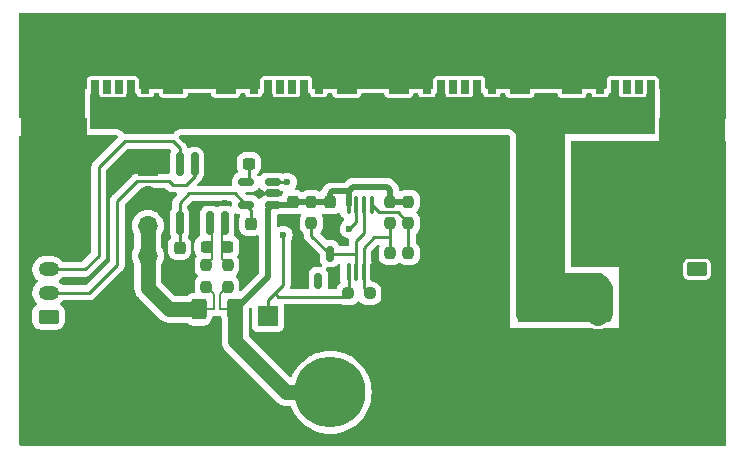
<source format=gtl>
G04 #@! TF.GenerationSoftware,KiCad,Pcbnew,7.0.0*
G04 #@! TF.CreationDate,2023-03-02T15:58:58-08:00*
G04 #@! TF.ProjectId,KYBERNETES-LOGIC-PD,4b594245-524e-4455-9445-532d4c4f4749,rev?*
G04 #@! TF.SameCoordinates,Original*
G04 #@! TF.FileFunction,Copper,L1,Top*
G04 #@! TF.FilePolarity,Positive*
%FSLAX46Y46*%
G04 Gerber Fmt 4.6, Leading zero omitted, Abs format (unit mm)*
G04 Created by KiCad (PCBNEW 7.0.0) date 2023-03-02 15:58:58*
%MOMM*%
%LPD*%
G01*
G04 APERTURE LIST*
G04 Aperture macros list*
%AMRoundRect*
0 Rectangle with rounded corners*
0 $1 Rounding radius*
0 $2 $3 $4 $5 $6 $7 $8 $9 X,Y pos of 4 corners*
0 Add a 4 corners polygon primitive as box body*
4,1,4,$2,$3,$4,$5,$6,$7,$8,$9,$2,$3,0*
0 Add four circle primitives for the rounded corners*
1,1,$1+$1,$2,$3*
1,1,$1+$1,$4,$5*
1,1,$1+$1,$6,$7*
1,1,$1+$1,$8,$9*
0 Add four rect primitives between the rounded corners*
20,1,$1+$1,$2,$3,$4,$5,0*
20,1,$1+$1,$4,$5,$6,$7,0*
20,1,$1+$1,$6,$7,$8,$9,0*
20,1,$1+$1,$8,$9,$2,$3,0*%
G04 Aperture macros list end*
G04 #@! TA.AperFunction,ComponentPad*
%ADD10R,5.600000X5.600000*%
G04 #@! TD*
G04 #@! TA.AperFunction,SMDPad,CuDef*
%ADD11R,0.700000X1.200000*%
G04 #@! TD*
G04 #@! TA.AperFunction,SMDPad,CuDef*
%ADD12R,0.760000X1.200000*%
G04 #@! TD*
G04 #@! TA.AperFunction,SMDPad,CuDef*
%ADD13R,0.800000X1.200000*%
G04 #@! TD*
G04 #@! TA.AperFunction,SMDPad,CuDef*
%ADD14R,1.800000X1.350000*%
G04 #@! TD*
G04 #@! TA.AperFunction,SMDPad,CuDef*
%ADD15R,1.800000X1.500000*%
G04 #@! TD*
G04 #@! TA.AperFunction,SMDPad,CuDef*
%ADD16RoundRect,0.237500X0.237500X-0.250000X0.237500X0.250000X-0.237500X0.250000X-0.237500X-0.250000X0*%
G04 #@! TD*
G04 #@! TA.AperFunction,ComponentPad*
%ADD17C,6.000000*%
G04 #@! TD*
G04 #@! TA.AperFunction,ComponentPad*
%ADD18RoundRect,1.500000X1.500000X1.500000X-1.500000X1.500000X-1.500000X-1.500000X1.500000X-1.500000X0*%
G04 #@! TD*
G04 #@! TA.AperFunction,SMDPad,CuDef*
%ADD19RoundRect,0.237500X-0.300000X-0.237500X0.300000X-0.237500X0.300000X0.237500X-0.300000X0.237500X0*%
G04 #@! TD*
G04 #@! TA.AperFunction,SMDPad,CuDef*
%ADD20RoundRect,0.237500X-0.237500X0.250000X-0.237500X-0.250000X0.237500X-0.250000X0.237500X0.250000X0*%
G04 #@! TD*
G04 #@! TA.AperFunction,SMDPad,CuDef*
%ADD21RoundRect,0.100000X0.100000X-0.637500X0.100000X0.637500X-0.100000X0.637500X-0.100000X-0.637500X0*%
G04 #@! TD*
G04 #@! TA.AperFunction,SMDPad,CuDef*
%ADD22RoundRect,0.237500X-0.237500X0.300000X-0.237500X-0.300000X0.237500X-0.300000X0.237500X0.300000X0*%
G04 #@! TD*
G04 #@! TA.AperFunction,ComponentPad*
%ADD23O,1.700000X1.700000*%
G04 #@! TD*
G04 #@! TA.AperFunction,ComponentPad*
%ADD24R,1.700000X1.700000*%
G04 #@! TD*
G04 #@! TA.AperFunction,SMDPad,CuDef*
%ADD25RoundRect,0.250000X0.400000X0.625000X-0.400000X0.625000X-0.400000X-0.625000X0.400000X-0.625000X0*%
G04 #@! TD*
G04 #@! TA.AperFunction,SMDPad,CuDef*
%ADD26RoundRect,0.237500X0.300000X0.237500X-0.300000X0.237500X-0.300000X-0.237500X0.300000X-0.237500X0*%
G04 #@! TD*
G04 #@! TA.AperFunction,SMDPad,CuDef*
%ADD27RoundRect,0.150000X-0.150000X0.825000X-0.150000X-0.825000X0.150000X-0.825000X0.150000X0.825000X0*%
G04 #@! TD*
G04 #@! TA.AperFunction,SMDPad,CuDef*
%ADD28RoundRect,0.150000X0.512500X0.150000X-0.512500X0.150000X-0.512500X-0.150000X0.512500X-0.150000X0*%
G04 #@! TD*
G04 #@! TA.AperFunction,ComponentPad*
%ADD29RoundRect,0.250000X0.625000X-0.350000X0.625000X0.350000X-0.625000X0.350000X-0.625000X-0.350000X0*%
G04 #@! TD*
G04 #@! TA.AperFunction,ComponentPad*
%ADD30O,1.750000X1.200000*%
G04 #@! TD*
G04 #@! TA.AperFunction,ComponentPad*
%ADD31RoundRect,0.250000X-0.625000X0.350000X-0.625000X-0.350000X0.625000X-0.350000X0.625000X0.350000X0*%
G04 #@! TD*
G04 #@! TA.AperFunction,SMDPad,CuDef*
%ADD32RoundRect,0.237500X0.250000X0.237500X-0.250000X0.237500X-0.250000X-0.237500X0.250000X-0.237500X0*%
G04 #@! TD*
G04 #@! TA.AperFunction,SMDPad,CuDef*
%ADD33RoundRect,0.150000X-0.150000X0.512500X-0.150000X-0.512500X0.150000X-0.512500X0.150000X0.512500X0*%
G04 #@! TD*
G04 #@! TA.AperFunction,ViaPad*
%ADD34C,0.600000*%
G04 #@! TD*
G04 #@! TA.AperFunction,Conductor*
%ADD35C,0.150000*%
G04 #@! TD*
G04 #@! TA.AperFunction,Conductor*
%ADD36C,1.270000*%
G04 #@! TD*
G04 #@! TA.AperFunction,Conductor*
%ADD37C,0.254000*%
G04 #@! TD*
G04 #@! TA.AperFunction,Conductor*
%ADD38C,0.508000*%
G04 #@! TD*
G04 #@! TA.AperFunction,Conductor*
%ADD39C,0.127000*%
G04 #@! TD*
G04 APERTURE END LIST*
D10*
X172659999Y-97979999D03*
X118659999Y-97979999D03*
X172659999Y-75979999D03*
X118659999Y-75979999D03*
D11*
X124159999Y-70532499D03*
D12*
X122139999Y-70532499D03*
D13*
X120909999Y-70532499D03*
D11*
X123159999Y-70532499D03*
D12*
X125179999Y-70532499D03*
D13*
X126409999Y-70532499D03*
D14*
X128784999Y-70477499D03*
D15*
X128784999Y-66897499D03*
D14*
X118534999Y-70477499D03*
D15*
X118534999Y-66897499D03*
D16*
X133380000Y-85622500D03*
X133380000Y-87447500D03*
D17*
X142060000Y-96400000D03*
D18*
X149260000Y-96400000D03*
D19*
X136905000Y-77035000D03*
X135180000Y-77035000D03*
D20*
X148680000Y-86465000D03*
X148680000Y-84640000D03*
D21*
X143610000Y-80500000D03*
X144260000Y-80500000D03*
X144910000Y-80500000D03*
X145560000Y-80500000D03*
X145560000Y-86225000D03*
X144910000Y-86225000D03*
X144260000Y-86225000D03*
X143610000Y-86225000D03*
D22*
X142020000Y-82020000D03*
X142020000Y-80295000D03*
D23*
X164709999Y-89919999D03*
X164709999Y-87379999D03*
X164709999Y-84839999D03*
D24*
X164709999Y-82299999D03*
D25*
X130910000Y-89370000D03*
X134010000Y-89370000D03*
D26*
X131605000Y-84082500D03*
X133330000Y-84082500D03*
D22*
X129305000Y-85867500D03*
X129305000Y-84142500D03*
D27*
X133110000Y-82057500D03*
X131840000Y-82057500D03*
X130570000Y-82057500D03*
X129300000Y-82057500D03*
X129300000Y-77107500D03*
X130570000Y-77107500D03*
X131840000Y-77107500D03*
X133110000Y-77107500D03*
D28*
X134910000Y-80515000D03*
X134910000Y-78615000D03*
X137185000Y-78615000D03*
X137185000Y-79565000D03*
X137185000Y-80515000D03*
D22*
X138920000Y-82015000D03*
X138920000Y-80290000D03*
D15*
X133201666Y-66897499D03*
D14*
X133201666Y-70477499D03*
D15*
X143451666Y-66897499D03*
D14*
X143451666Y-70477499D03*
D13*
X141076666Y-70532499D03*
D12*
X139846666Y-70532499D03*
D11*
X137826666Y-70532499D03*
D13*
X135576666Y-70532499D03*
D12*
X136806666Y-70532499D03*
D11*
X138826666Y-70532499D03*
D29*
X118210000Y-89980000D03*
D30*
X118209999Y-87979999D03*
X118209999Y-85979999D03*
X118209999Y-83979999D03*
D20*
X147140000Y-82070000D03*
X147140000Y-80245000D03*
D31*
X173120000Y-85980000D03*
D30*
X173119999Y-87979999D03*
D20*
X140470000Y-82070000D03*
X140470000Y-80245000D03*
D16*
X131550000Y-85622500D03*
X131550000Y-87447500D03*
D32*
X143570000Y-88030000D03*
X145395000Y-88030000D03*
D20*
X148680000Y-82072500D03*
X148680000Y-80247500D03*
D22*
X135320000Y-83855000D03*
X135320000Y-82130000D03*
D33*
X141057500Y-86935000D03*
X140107500Y-84660000D03*
X142007500Y-84660000D03*
D20*
X147140000Y-86470000D03*
X147140000Y-84645000D03*
D15*
X147868332Y-66897499D03*
D14*
X147868332Y-70477499D03*
D15*
X158118332Y-66897499D03*
D14*
X158118332Y-70477499D03*
D13*
X155743332Y-70532499D03*
D12*
X154513332Y-70532499D03*
D11*
X152493332Y-70532499D03*
D13*
X150243332Y-70532499D03*
D12*
X151473332Y-70532499D03*
D11*
X153493332Y-70532499D03*
D24*
X136769999Y-89919999D03*
D15*
X162534999Y-66897499D03*
D14*
X162534999Y-70477499D03*
D15*
X172784999Y-66897499D03*
D14*
X172784999Y-70477499D03*
D13*
X170409999Y-70532499D03*
D12*
X169179999Y-70532499D03*
D11*
X167159999Y-70532499D03*
D13*
X164909999Y-70532499D03*
D12*
X166139999Y-70532499D03*
D11*
X168159999Y-70532499D03*
D23*
X126609999Y-84839999D03*
X126609999Y-82299999D03*
X126609999Y-79759999D03*
D24*
X126609999Y-77219999D03*
D34*
X165350000Y-92590000D03*
X159510000Y-96510000D03*
X165340000Y-96350000D03*
X123690000Y-68510000D03*
X167840000Y-68480000D03*
X153070000Y-68300000D03*
X138560000Y-68120000D03*
X124880000Y-93890000D03*
X130710000Y-93730000D03*
X124940000Y-98520000D03*
X130800000Y-98560000D03*
X130170000Y-86480000D03*
X128940000Y-87260000D03*
X171350000Y-70400000D03*
X171330000Y-66900000D03*
X163980000Y-66920000D03*
X164000000Y-70310000D03*
X160370000Y-70230000D03*
X160370000Y-66970000D03*
X156660000Y-70300000D03*
X156640000Y-66880000D03*
X149320000Y-66930000D03*
X149290000Y-70290000D03*
X145640000Y-70280000D03*
X145660000Y-66990000D03*
X141990000Y-66930000D03*
X142000000Y-70310000D03*
X134660000Y-66920000D03*
X134650000Y-70240000D03*
X130920000Y-67000000D03*
X130910000Y-70300000D03*
X127420000Y-66930000D03*
X127360000Y-70340000D03*
X119980000Y-66960000D03*
X120000000Y-70460000D03*
X155170000Y-83960000D03*
X150750000Y-83930000D03*
X155100000Y-81060000D03*
X150770000Y-81210000D03*
X154880000Y-76990000D03*
X150680000Y-76800000D03*
X146220000Y-76690000D03*
X141230000Y-76690000D03*
X140870000Y-90510000D03*
X145720000Y-90600000D03*
X155190000Y-90520000D03*
X155140000Y-87070000D03*
X150800000Y-87070000D03*
X150890000Y-90430000D03*
X159490000Y-91690000D03*
X146200000Y-86430000D03*
X120060000Y-86990000D03*
X135280000Y-85020000D03*
X167890000Y-88000000D03*
X131840000Y-78640000D03*
X133110000Y-78640000D03*
X163960000Y-77500000D03*
X167580000Y-77520000D03*
X139237500Y-84657500D03*
X136080000Y-79570000D03*
X133110000Y-80400000D03*
X167510000Y-83150000D03*
X124960000Y-89040000D03*
X138020000Y-77040000D03*
X130580000Y-80520000D03*
X142020000Y-83120000D03*
X139370000Y-87020000D03*
X139510000Y-83350000D03*
X134850000Y-86720000D03*
X142390000Y-86900000D03*
X172360000Y-81230000D03*
X125060000Y-81090000D03*
X138420000Y-78620000D03*
X138070000Y-83110000D03*
X143670000Y-82540000D03*
D35*
X132740000Y-89380000D02*
X132740000Y-88087500D01*
X134000000Y-89380000D02*
X134010000Y-89370000D01*
X132740000Y-89380000D02*
X134000000Y-89380000D01*
X132190000Y-89380000D02*
X132190000Y-88087500D01*
X132190000Y-89380000D02*
X130920000Y-89380000D01*
D36*
X128160000Y-89090000D02*
X126610000Y-87540000D01*
X128440000Y-89370000D02*
X130910000Y-89370000D01*
X128160000Y-89090000D02*
X128440000Y-89370000D01*
X138320000Y-96400000D02*
X134010000Y-92090000D01*
D37*
X135320000Y-82130000D02*
X135320000Y-80925000D01*
X135320000Y-80925000D02*
X134910000Y-80515000D01*
X124030000Y-85630000D02*
X124030000Y-80210000D01*
X121660000Y-87980000D02*
X124010000Y-85630000D01*
X124010000Y-85630000D02*
X124030000Y-85630000D01*
X122460000Y-77350000D02*
X122460000Y-84640000D01*
X122460000Y-84820000D02*
X122460000Y-84640000D01*
X121300000Y-85980000D02*
X122460000Y-84820000D01*
D36*
X134010000Y-91560000D02*
X134010000Y-89370000D01*
X134010000Y-92090000D02*
X134010000Y-91560000D01*
D37*
X118210000Y-85980000D02*
X121300000Y-85980000D01*
X118210000Y-87980000D02*
X121660000Y-87980000D01*
X129300000Y-77107500D02*
X129300000Y-75740000D01*
X124660000Y-75150000D02*
X122460000Y-77350000D01*
X129300000Y-75740000D02*
X128710000Y-75150000D01*
X128710000Y-75150000D02*
X124660000Y-75150000D01*
D36*
X142060000Y-96400000D02*
X138320000Y-96400000D01*
X126610000Y-87540000D02*
X126610000Y-84840000D01*
D35*
X132190000Y-88087500D02*
X131550000Y-87447500D01*
X132740000Y-88087500D02*
X133380000Y-87447500D01*
D37*
X129820000Y-78850000D02*
X130570000Y-78100000D01*
X128380000Y-78510000D02*
X128720000Y-78850000D01*
X124030000Y-80210000D02*
X125730000Y-78510000D01*
X125730000Y-78510000D02*
X128380000Y-78510000D01*
X128720000Y-78850000D02*
X129820000Y-78850000D01*
X130570000Y-78100000D02*
X130570000Y-77107500D01*
X137380000Y-88010000D02*
X136770000Y-88620000D01*
X136770000Y-88620000D02*
X136770000Y-89920000D01*
X138850000Y-82085000D02*
X138920000Y-82015000D01*
X130570000Y-80530000D02*
X130580000Y-80520000D01*
X139240000Y-84660000D02*
X139237500Y-84657500D01*
X147145000Y-86465000D02*
X147140000Y-86470000D01*
X136085000Y-79565000D02*
X136080000Y-79570000D01*
X138015000Y-77035000D02*
X138020000Y-77040000D01*
D38*
X138920000Y-80290000D02*
X140425000Y-80290000D01*
X147140000Y-80245000D02*
X147140000Y-79280000D01*
X141970000Y-80245000D02*
X142020000Y-80295000D01*
X138695000Y-80515000D02*
X138920000Y-80290000D01*
X147140000Y-79280000D02*
X146840000Y-78980000D01*
X140470000Y-80245000D02*
X141970000Y-80245000D01*
X143610000Y-79390000D02*
X144020000Y-78980000D01*
X136793750Y-86613750D02*
X134020000Y-89387500D01*
X147140000Y-80245000D02*
X148677500Y-80245000D01*
X136793750Y-80906250D02*
X137185000Y-80515000D01*
X142020000Y-79570000D02*
X142020000Y-80295000D01*
X144020000Y-78980000D02*
X146840000Y-78980000D01*
X142200000Y-79390000D02*
X142020000Y-79570000D01*
X143610000Y-79390000D02*
X142200000Y-79390000D01*
X136793750Y-86613750D02*
X136793750Y-80906250D01*
X140425000Y-80290000D02*
X140470000Y-80245000D01*
X143610000Y-80500000D02*
X143610000Y-79390000D01*
X137185000Y-80515000D02*
X138695000Y-80515000D01*
X148677500Y-80245000D02*
X148680000Y-80247500D01*
D37*
X148680000Y-84640000D02*
X148680000Y-82072500D01*
X147757500Y-81150000D02*
X148680000Y-82072500D01*
X146210000Y-81150000D02*
X147757500Y-81150000D01*
X145560000Y-80500000D02*
X146210000Y-81150000D01*
X147140000Y-82070000D02*
X147140000Y-83290000D01*
X147140000Y-83290000D02*
X147140000Y-84645000D01*
X144910000Y-86225000D02*
X144910000Y-87545000D01*
X144910000Y-84140000D02*
X145760000Y-83290000D01*
X144910000Y-87545000D02*
X145395000Y-88030000D01*
X145760000Y-83290000D02*
X147140000Y-83290000D01*
X144910000Y-86225000D02*
X144910000Y-84140000D01*
X144250000Y-84660000D02*
X144260000Y-84670000D01*
X144260000Y-84670000D02*
X144260000Y-83590000D01*
X144260000Y-83590000D02*
X144910000Y-82940000D01*
X144260000Y-86225000D02*
X144260000Y-84670000D01*
X142007500Y-84660000D02*
X144250000Y-84660000D01*
X144910000Y-82940000D02*
X144910000Y-80500000D01*
X142000000Y-84660000D02*
X140470000Y-83130000D01*
X140470000Y-83130000D02*
X140470000Y-82070000D01*
X135180000Y-77035000D02*
X135180000Y-78345000D01*
X135180000Y-78345000D02*
X134910000Y-78615000D01*
D39*
X132860000Y-85097500D02*
X132860000Y-84552500D01*
X132880000Y-83632500D02*
X132880000Y-82287500D01*
X133330000Y-84082500D02*
X132880000Y-83632500D01*
X133380000Y-85617500D02*
X132860000Y-85097500D01*
X133380000Y-85622500D02*
X133380000Y-85617500D01*
X132860000Y-84552500D02*
X133330000Y-84082500D01*
X132880000Y-82287500D02*
X133110000Y-82057500D01*
X132070000Y-83617500D02*
X132070000Y-82287500D01*
X131550000Y-85622500D02*
X132080000Y-85092500D01*
X132080000Y-84557500D02*
X131605000Y-84082500D01*
X132070000Y-82287500D02*
X131840000Y-82057500D01*
X131605000Y-84082500D02*
X132070000Y-83617500D01*
X132080000Y-85092500D02*
X132080000Y-84557500D01*
D37*
X130105000Y-79565000D02*
X133960000Y-79565000D01*
X129300000Y-84137500D02*
X129305000Y-84142500D01*
X129300000Y-82057500D02*
X129300000Y-84137500D01*
X129300000Y-80370000D02*
X130105000Y-79565000D01*
X129300000Y-82057500D02*
X129300000Y-80370000D01*
X133960000Y-79565000D02*
X134910000Y-80515000D01*
D36*
X126610000Y-82300000D02*
X126610000Y-84840000D01*
D37*
X138415000Y-78615000D02*
X138420000Y-78620000D01*
X143570000Y-88030000D02*
X143310000Y-88290000D01*
X138070000Y-87320000D02*
X137485000Y-87905000D01*
X137185000Y-78615000D02*
X138415000Y-78615000D01*
X137485000Y-87905000D02*
X137380000Y-88010000D01*
X138070000Y-83110000D02*
X138070000Y-87320000D01*
X143610000Y-86225000D02*
X143610000Y-87990000D01*
X143310000Y-88290000D02*
X137660000Y-88290000D01*
X137660000Y-88290000D02*
X137380000Y-88010000D01*
X144260000Y-80500000D02*
X144260000Y-81950000D01*
X144260000Y-81950000D02*
X143670000Y-82540000D01*
G04 #@! TA.AperFunction,Conductor*
G36*
X175527500Y-75096613D02*
G01*
X175572887Y-75142000D01*
X175589500Y-75204000D01*
X175589500Y-100785500D01*
X175572887Y-100847500D01*
X175527500Y-100892887D01*
X175465500Y-100909500D01*
X157260000Y-100909500D01*
X157260000Y-90980000D01*
X157276326Y-90980000D01*
X164238145Y-90980000D01*
X164282938Y-90988373D01*
X164388450Y-91029248D01*
X164388453Y-91029248D01*
X164393802Y-91031321D01*
X164603390Y-91070500D01*
X164810881Y-91070500D01*
X164816610Y-91070500D01*
X165026198Y-91031321D01*
X165036726Y-91027242D01*
X165137062Y-90988373D01*
X165181855Y-90980000D01*
X166523674Y-90980000D01*
X166540000Y-90980000D01*
X166540000Y-86373102D01*
X171944500Y-86373102D01*
X171944940Y-86376767D01*
X171944941Y-86376781D01*
X171954174Y-86453668D01*
X171954175Y-86453674D01*
X171955123Y-86461564D01*
X172010639Y-86602342D01*
X172102078Y-86722922D01*
X172222658Y-86814361D01*
X172363436Y-86869877D01*
X172451898Y-86880500D01*
X173784401Y-86880500D01*
X173788102Y-86880500D01*
X173876564Y-86869877D01*
X174017342Y-86814361D01*
X174137922Y-86722922D01*
X174229361Y-86602342D01*
X174284877Y-86461564D01*
X174295500Y-86373102D01*
X174295500Y-85586898D01*
X174284877Y-85498436D01*
X174229361Y-85357658D01*
X174137922Y-85237078D01*
X174017342Y-85145639D01*
X173876564Y-85090123D01*
X173868674Y-85089175D01*
X173868668Y-85089174D01*
X173791781Y-85079941D01*
X173791767Y-85079940D01*
X173788102Y-85079500D01*
X172451898Y-85079500D01*
X172448233Y-85079940D01*
X172448218Y-85079941D01*
X172371331Y-85089174D01*
X172371324Y-85089175D01*
X172363436Y-85090123D01*
X172356040Y-85093039D01*
X172356038Y-85093040D01*
X172230551Y-85142526D01*
X172230548Y-85142527D01*
X172222658Y-85145639D01*
X172215899Y-85150764D01*
X172215898Y-85150765D01*
X172108835Y-85231953D01*
X172108830Y-85231957D01*
X172102078Y-85237078D01*
X172096957Y-85243830D01*
X172096953Y-85243835D01*
X172015765Y-85350898D01*
X172010639Y-85357658D01*
X171955123Y-85498436D01*
X171954175Y-85506324D01*
X171954174Y-85506331D01*
X171944941Y-85583218D01*
X171944940Y-85583233D01*
X171944500Y-85586898D01*
X171944500Y-86373102D01*
X166540000Y-86373102D01*
X166540000Y-85800000D01*
X166523674Y-85800000D01*
X162584000Y-85800000D01*
X162522000Y-85783387D01*
X162476613Y-85738000D01*
X162460000Y-85676000D01*
X162460000Y-75204000D01*
X162476613Y-75142000D01*
X162522000Y-75096613D01*
X162584000Y-75080000D01*
X175465500Y-75080000D01*
X175527500Y-75096613D01*
G37*
G04 #@! TD.AperFunction*
G04 #@! TA.AperFunction,Conductor*
G36*
X161900000Y-86260000D02*
G01*
X162363011Y-86260000D01*
X162391166Y-86271662D01*
X162453166Y-86288275D01*
X162584000Y-86305500D01*
X164807840Y-86305500D01*
X164846123Y-86310030D01*
X164930982Y-86330403D01*
X164955448Y-86338353D01*
X165149066Y-86418552D01*
X165171977Y-86430225D01*
X165350680Y-86539735D01*
X165371493Y-86554858D01*
X165530845Y-86690958D01*
X165549041Y-86709154D01*
X165685141Y-86868506D01*
X165700266Y-86889322D01*
X165809771Y-87068017D01*
X165821450Y-87090940D01*
X165901644Y-87284547D01*
X165909597Y-87309021D01*
X165958521Y-87512801D01*
X165962546Y-87538220D01*
X165979494Y-87753570D01*
X165980000Y-87766437D01*
X165980000Y-89633563D01*
X165979494Y-89646430D01*
X165962546Y-89861779D01*
X165958521Y-89887198D01*
X165909597Y-90090978D01*
X165901644Y-90115452D01*
X165821450Y-90309059D01*
X165809767Y-90331988D01*
X165770425Y-90396189D01*
X165733801Y-90437952D01*
X165685337Y-90465093D01*
X165630592Y-90474500D01*
X165181855Y-90474500D01*
X165178084Y-90474849D01*
X165178071Y-90474850D01*
X165092741Y-90482757D01*
X165092725Y-90482759D01*
X165088972Y-90483107D01*
X165085266Y-90483799D01*
X165085257Y-90483801D01*
X165047902Y-90490783D01*
X165047879Y-90490788D01*
X165044179Y-90491480D01*
X165040539Y-90492515D01*
X165040533Y-90492517D01*
X164958096Y-90515971D01*
X164958077Y-90515977D01*
X164954458Y-90517007D01*
X164950949Y-90518366D01*
X164950932Y-90518372D01*
X164901438Y-90537546D01*
X164872334Y-90545826D01*
X164784708Y-90562207D01*
X164754572Y-90565000D01*
X164665432Y-90565000D01*
X164635295Y-90562207D01*
X164547660Y-90545824D01*
X164518557Y-90537544D01*
X164469067Y-90518372D01*
X164469056Y-90518368D01*
X164465542Y-90517007D01*
X164461915Y-90515975D01*
X164461903Y-90515971D01*
X164379466Y-90492517D01*
X164379464Y-90492516D01*
X164375821Y-90491480D01*
X164372115Y-90490787D01*
X164372097Y-90490783D01*
X164334742Y-90483801D01*
X164334736Y-90483800D01*
X164331028Y-90483107D01*
X164327271Y-90482758D01*
X164327258Y-90482757D01*
X164241928Y-90474850D01*
X164241916Y-90474849D01*
X164238145Y-90474500D01*
X158139408Y-90474500D01*
X158084664Y-90465093D01*
X158036200Y-90437952D01*
X157999576Y-90396191D01*
X157960233Y-90331990D01*
X157948552Y-90309066D01*
X157868353Y-90115448D01*
X157860404Y-90090986D01*
X157811475Y-89887185D01*
X157807455Y-89861800D01*
X157790504Y-89646404D01*
X157790000Y-89633563D01*
X157790000Y-76036569D01*
X157790000Y-76033340D01*
X157790000Y-74520000D01*
X161900000Y-74520000D01*
X161900000Y-86260000D01*
G37*
G04 #@! TD.AperFunction*
G04 #@! TA.AperFunction,Conductor*
G36*
X121877820Y-71070032D02*
G01*
X122386646Y-71070139D01*
X122444451Y-71084452D01*
X122488920Y-71124069D01*
X122509789Y-71179850D01*
X122511159Y-71191662D01*
X122512415Y-71202491D01*
X122516181Y-71211021D01*
X122516182Y-71211023D01*
X122525013Y-71231023D01*
X122557794Y-71305265D01*
X122637235Y-71384706D01*
X122708111Y-71416001D01*
X122731477Y-71426318D01*
X122731478Y-71426318D01*
X122740009Y-71430085D01*
X122765135Y-71433000D01*
X123554864Y-71432999D01*
X123579991Y-71430085D01*
X123609914Y-71416872D01*
X123659999Y-71406306D01*
X123710085Y-71416872D01*
X123740009Y-71430085D01*
X123765135Y-71433000D01*
X124554864Y-71432999D01*
X124579991Y-71430085D01*
X124682765Y-71384706D01*
X124762206Y-71305265D01*
X124807585Y-71202491D01*
X124810150Y-71180380D01*
X124831029Y-71124587D01*
X124875518Y-71084968D01*
X124933344Y-71070671D01*
X125586722Y-71070807D01*
X125644530Y-71085122D01*
X125688999Y-71124740D01*
X125709867Y-71180521D01*
X125711093Y-71191096D01*
X125712415Y-71202491D01*
X125716181Y-71211021D01*
X125716182Y-71211023D01*
X125725013Y-71231023D01*
X125757794Y-71305265D01*
X125837235Y-71384706D01*
X125908111Y-71416001D01*
X125931477Y-71426318D01*
X125931478Y-71426318D01*
X125940009Y-71430085D01*
X125965135Y-71433000D01*
X126854864Y-71432999D01*
X126879991Y-71430085D01*
X126982765Y-71384706D01*
X127062206Y-71305265D01*
X127107585Y-71202491D01*
X127110094Y-71180862D01*
X127130972Y-71125068D01*
X127175462Y-71085449D01*
X127233290Y-71071151D01*
X127460527Y-71071199D01*
X127522499Y-71087811D01*
X127567872Y-71133174D01*
X127583192Y-71190269D01*
X127584294Y-71190206D01*
X127584500Y-71193789D01*
X127584501Y-71197364D01*
X127584912Y-71200911D01*
X127584913Y-71200922D01*
X127586085Y-71211022D01*
X127587415Y-71222491D01*
X127632794Y-71325265D01*
X127712235Y-71404706D01*
X127775382Y-71432588D01*
X127806477Y-71446318D01*
X127806478Y-71446318D01*
X127815009Y-71450085D01*
X127840135Y-71453000D01*
X129729864Y-71452999D01*
X129754991Y-71450085D01*
X129857765Y-71404706D01*
X129937206Y-71325265D01*
X129982585Y-71222491D01*
X129985500Y-71197365D01*
X129985499Y-71193788D01*
X129985707Y-71190209D01*
X129986982Y-71190282D01*
X130002091Y-71133789D01*
X130047492Y-71088369D01*
X130109521Y-71071752D01*
X131877194Y-71072122D01*
X131939153Y-71088727D01*
X131984525Y-71134072D01*
X131999625Y-71190283D01*
X132000961Y-71190206D01*
X132001167Y-71193789D01*
X132001168Y-71197364D01*
X132001579Y-71200911D01*
X132001580Y-71200922D01*
X132002752Y-71211022D01*
X132004082Y-71222491D01*
X132049461Y-71325265D01*
X132128902Y-71404706D01*
X132192049Y-71432588D01*
X132223144Y-71446318D01*
X132223145Y-71446318D01*
X132231676Y-71450085D01*
X132256802Y-71453000D01*
X134146531Y-71452999D01*
X134171658Y-71450085D01*
X134274432Y-71404706D01*
X134353873Y-71325265D01*
X134399252Y-71222491D01*
X134402167Y-71197365D01*
X134402166Y-71193788D01*
X134402374Y-71190209D01*
X134403914Y-71190298D01*
X134418723Y-71134770D01*
X134464129Y-71089308D01*
X134526185Y-71072675D01*
X134753613Y-71072723D01*
X134811419Y-71087037D01*
X134855888Y-71126654D01*
X134876756Y-71182435D01*
X134877760Y-71191096D01*
X134879082Y-71202491D01*
X134882848Y-71211021D01*
X134882849Y-71211023D01*
X134891680Y-71231023D01*
X134924461Y-71305265D01*
X135003902Y-71384706D01*
X135074778Y-71416001D01*
X135098144Y-71426318D01*
X135098145Y-71426318D01*
X135106676Y-71430085D01*
X135131802Y-71433000D01*
X136021531Y-71432999D01*
X136046658Y-71430085D01*
X136149432Y-71384706D01*
X136228873Y-71305265D01*
X136274252Y-71202491D01*
X136276539Y-71182776D01*
X136297418Y-71126983D01*
X136341907Y-71087364D01*
X136399734Y-71073067D01*
X137053667Y-71073203D01*
X137111475Y-71087518D01*
X137155944Y-71127136D01*
X137176812Y-71182918D01*
X137177826Y-71191662D01*
X137179082Y-71202491D01*
X137182848Y-71211021D01*
X137182849Y-71211023D01*
X137191680Y-71231023D01*
X137224461Y-71305265D01*
X137303902Y-71384706D01*
X137374778Y-71416001D01*
X137398144Y-71426318D01*
X137398145Y-71426318D01*
X137406676Y-71430085D01*
X137431802Y-71433000D01*
X138221531Y-71432999D01*
X138246658Y-71430085D01*
X138276582Y-71416871D01*
X138326667Y-71406306D01*
X138376751Y-71416871D01*
X138406676Y-71430085D01*
X138431802Y-71433000D01*
X139221531Y-71432999D01*
X139246658Y-71430085D01*
X139349432Y-71384706D01*
X139428873Y-71305265D01*
X139474252Y-71202491D01*
X139476461Y-71183448D01*
X139497339Y-71127653D01*
X139541828Y-71088034D01*
X139599657Y-71073735D01*
X140253742Y-71073872D01*
X140311551Y-71088186D01*
X140356020Y-71127803D01*
X140376889Y-71183583D01*
X140377826Y-71191662D01*
X140379082Y-71202491D01*
X140382848Y-71211021D01*
X140382849Y-71211023D01*
X140391680Y-71231023D01*
X140424461Y-71305265D01*
X140503902Y-71384706D01*
X140574778Y-71416001D01*
X140598144Y-71426318D01*
X140598145Y-71426318D01*
X140606676Y-71430085D01*
X140631802Y-71433000D01*
X141521531Y-71432999D01*
X141546658Y-71430085D01*
X141649432Y-71384706D01*
X141728873Y-71305265D01*
X141774252Y-71202491D01*
X141776405Y-71183926D01*
X141797282Y-71128134D01*
X141841772Y-71088514D01*
X141899599Y-71074216D01*
X142127248Y-71074263D01*
X142187153Y-71089709D01*
X142232141Y-71132177D01*
X142251012Y-71191096D01*
X142251167Y-71193790D01*
X142251168Y-71197364D01*
X142251580Y-71200913D01*
X142251581Y-71200926D01*
X142252752Y-71211022D01*
X142254082Y-71222491D01*
X142299461Y-71325265D01*
X142378902Y-71404706D01*
X142442049Y-71432588D01*
X142473144Y-71446318D01*
X142473145Y-71446318D01*
X142481676Y-71450085D01*
X142506802Y-71453000D01*
X144396531Y-71452999D01*
X144421658Y-71450085D01*
X144524432Y-71404706D01*
X144603873Y-71325265D01*
X144649252Y-71222491D01*
X144652167Y-71197365D01*
X144652166Y-71193789D01*
X144652290Y-71191662D01*
X144671165Y-71132723D01*
X144716176Y-71090247D01*
X144776103Y-71074817D01*
X146543968Y-71075186D01*
X146603874Y-71090633D01*
X146648863Y-71133103D01*
X146667732Y-71192024D01*
X146667833Y-71193789D01*
X146667834Y-71197364D01*
X146668245Y-71200909D01*
X146668246Y-71200924D01*
X146669418Y-71211022D01*
X146670748Y-71222491D01*
X146716127Y-71325265D01*
X146795568Y-71404706D01*
X146858715Y-71432588D01*
X146889810Y-71446318D01*
X146889811Y-71446318D01*
X146898342Y-71450085D01*
X146923468Y-71453000D01*
X148813197Y-71452999D01*
X148838324Y-71450085D01*
X148941098Y-71404706D01*
X149020539Y-71325265D01*
X149065918Y-71222491D01*
X149068833Y-71197365D01*
X149068832Y-71193767D01*
X149068901Y-71192591D01*
X149087775Y-71133650D01*
X149132786Y-71091171D01*
X149192716Y-71075740D01*
X149420632Y-71075787D01*
X149478439Y-71090101D01*
X149522908Y-71129717D01*
X149543777Y-71185497D01*
X149544492Y-71191662D01*
X149545748Y-71202491D01*
X149549514Y-71211021D01*
X149549515Y-71211023D01*
X149558346Y-71231023D01*
X149591127Y-71305265D01*
X149670568Y-71384706D01*
X149741444Y-71416001D01*
X149764810Y-71426318D01*
X149764811Y-71426318D01*
X149773342Y-71430085D01*
X149798468Y-71433000D01*
X150688197Y-71432999D01*
X150713324Y-71430085D01*
X150816098Y-71384706D01*
X150895539Y-71305265D01*
X150940918Y-71202491D01*
X150942849Y-71185845D01*
X150963726Y-71130050D01*
X151008216Y-71090430D01*
X151066046Y-71076131D01*
X151720690Y-71076268D01*
X151778496Y-71090581D01*
X151822964Y-71130198D01*
X151843833Y-71185979D01*
X151844426Y-71191096D01*
X151845748Y-71202491D01*
X151849514Y-71211021D01*
X151849515Y-71211023D01*
X151858346Y-71231023D01*
X151891127Y-71305265D01*
X151970568Y-71384706D01*
X152041444Y-71416001D01*
X152064810Y-71426318D01*
X152064811Y-71426318D01*
X152073342Y-71430085D01*
X152098468Y-71433000D01*
X152888197Y-71432999D01*
X152913324Y-71430085D01*
X152943248Y-71416871D01*
X152993333Y-71406306D01*
X153043417Y-71416871D01*
X153073342Y-71430085D01*
X153098468Y-71433000D01*
X153888197Y-71432999D01*
X153913324Y-71430085D01*
X154016098Y-71384706D01*
X154095539Y-71305265D01*
X154140918Y-71202491D01*
X154142772Y-71186509D01*
X154163651Y-71130716D01*
X154208140Y-71091097D01*
X154265966Y-71076800D01*
X154920767Y-71076937D01*
X154978575Y-71091251D01*
X155023044Y-71130869D01*
X155043911Y-71186651D01*
X155044426Y-71191096D01*
X155045748Y-71202491D01*
X155049514Y-71211021D01*
X155049515Y-71211023D01*
X155058346Y-71231023D01*
X155091127Y-71305265D01*
X155170568Y-71384706D01*
X155241444Y-71416001D01*
X155264810Y-71426318D01*
X155264811Y-71426318D01*
X155273342Y-71430085D01*
X155298468Y-71433000D01*
X156188197Y-71432999D01*
X156213324Y-71430085D01*
X156316098Y-71384706D01*
X156395539Y-71305265D01*
X156440918Y-71202491D01*
X156442716Y-71186992D01*
X156463594Y-71131197D01*
X156508084Y-71091578D01*
X156565912Y-71077280D01*
X156794090Y-71077328D01*
X156853999Y-71092775D01*
X156898988Y-71135246D01*
X156917833Y-71194098D01*
X156917834Y-71197364D01*
X156918245Y-71200910D01*
X156918246Y-71200923D01*
X156919418Y-71211022D01*
X156920748Y-71222491D01*
X156966127Y-71325265D01*
X157045568Y-71404706D01*
X157108715Y-71432588D01*
X157139810Y-71446318D01*
X157139811Y-71446318D01*
X157148342Y-71450085D01*
X157173468Y-71453000D01*
X159063197Y-71452999D01*
X159088324Y-71450085D01*
X159191098Y-71404706D01*
X159270539Y-71325265D01*
X159315918Y-71222491D01*
X159318833Y-71197365D01*
X159318832Y-71194563D01*
X159337650Y-71135794D01*
X159382661Y-71093314D01*
X159442593Y-71077881D01*
X161210810Y-71078251D01*
X161270717Y-71093697D01*
X161315706Y-71136166D01*
X161334500Y-71194850D01*
X161334501Y-71197364D01*
X161334913Y-71200913D01*
X161334914Y-71200926D01*
X161336085Y-71211022D01*
X161337415Y-71222491D01*
X161382794Y-71325265D01*
X161462235Y-71404706D01*
X161525382Y-71432588D01*
X161556477Y-71446318D01*
X161556478Y-71446318D01*
X161565009Y-71450085D01*
X161590135Y-71453000D01*
X163479864Y-71452999D01*
X163504991Y-71450085D01*
X163607765Y-71404706D01*
X163687206Y-71325265D01*
X163732585Y-71222491D01*
X163735500Y-71197365D01*
X163735499Y-71195316D01*
X163754265Y-71136714D01*
X163799276Y-71094236D01*
X163859204Y-71078804D01*
X164087657Y-71078852D01*
X164145463Y-71093166D01*
X164189932Y-71132784D01*
X164210800Y-71188565D01*
X164211093Y-71191096D01*
X164212415Y-71202491D01*
X164216181Y-71211021D01*
X164216182Y-71211023D01*
X164225013Y-71231023D01*
X164257794Y-71305265D01*
X164337235Y-71384706D01*
X164408111Y-71416001D01*
X164431477Y-71426318D01*
X164431478Y-71426318D01*
X164440009Y-71430085D01*
X164465135Y-71433000D01*
X165354864Y-71432999D01*
X165379991Y-71430085D01*
X165482765Y-71384706D01*
X165562206Y-71305265D01*
X165607585Y-71202491D01*
X165609160Y-71188907D01*
X165630040Y-71133112D01*
X165674529Y-71093493D01*
X165732356Y-71079196D01*
X166387711Y-71079332D01*
X166445516Y-71093646D01*
X166489985Y-71133261D01*
X166510855Y-71189039D01*
X166511093Y-71191096D01*
X166512415Y-71202491D01*
X166516181Y-71211021D01*
X166516182Y-71211023D01*
X166525013Y-71231023D01*
X166557794Y-71305265D01*
X166637235Y-71384706D01*
X166708111Y-71416001D01*
X166731477Y-71426318D01*
X166731478Y-71426318D01*
X166740009Y-71430085D01*
X166765135Y-71433000D01*
X167554864Y-71432999D01*
X167579991Y-71430085D01*
X167609912Y-71416872D01*
X167659997Y-71406306D01*
X167710087Y-71416873D01*
X167740009Y-71430085D01*
X167765135Y-71433000D01*
X168554864Y-71432999D01*
X168579991Y-71430085D01*
X168682765Y-71384706D01*
X168762206Y-71305265D01*
X168807585Y-71202491D01*
X168809082Y-71189579D01*
X168829960Y-71133783D01*
X168874450Y-71094163D01*
X168932280Y-71079864D01*
X169456026Y-71079974D01*
X169518015Y-71096596D01*
X169563391Y-71141982D01*
X169580000Y-71203974D01*
X169580000Y-73044027D01*
X169569435Y-73094110D01*
X169562415Y-73110009D01*
X169561340Y-73119273D01*
X169561340Y-73119274D01*
X169559911Y-73131585D01*
X169559910Y-73131599D01*
X169559500Y-73135135D01*
X169559500Y-73138709D01*
X169559500Y-73138710D01*
X169559500Y-74425818D01*
X169542861Y-74487863D01*
X169497410Y-74533257D01*
X169435345Y-74549818D01*
X161916336Y-74540392D01*
X161900000Y-74540372D01*
X161900000Y-74520000D01*
X157790000Y-74520000D01*
X157790000Y-74535219D01*
X157773689Y-74535198D01*
X157773234Y-74535076D01*
X157723649Y-74508522D01*
X157690897Y-74462794D01*
X157684248Y-74446744D01*
X157684247Y-74446743D01*
X157681137Y-74439235D01*
X157600781Y-74334535D01*
X157555382Y-74289147D01*
X157450663Y-74208816D01*
X157443156Y-74205708D01*
X157332466Y-74159882D01*
X157332457Y-74159878D01*
X157328718Y-74158331D01*
X157284211Y-74146415D01*
X157270627Y-74142778D01*
X157270626Y-74142777D01*
X157266705Y-74141728D01*
X157262683Y-74141199D01*
X157262681Y-74141199D01*
X157139878Y-74125059D01*
X157139870Y-74125058D01*
X157135849Y-74124530D01*
X157131796Y-74124530D01*
X157131782Y-74124530D01*
X129386959Y-74131179D01*
X129386956Y-74131179D01*
X129383309Y-74131180D01*
X129379684Y-74131609D01*
X129379682Y-74131610D01*
X129268954Y-74144741D01*
X129268946Y-74144742D01*
X129265315Y-74145173D01*
X129261767Y-74146025D01*
X129261748Y-74146029D01*
X129212586Y-74157844D01*
X129212578Y-74157846D01*
X129209030Y-74158699D01*
X129205613Y-74159960D01*
X129205601Y-74159964D01*
X129104425Y-74197313D01*
X129104417Y-74197316D01*
X129097566Y-74199846D01*
X129091489Y-74203907D01*
X129091487Y-74203909D01*
X129001823Y-74263844D01*
X129001816Y-74263849D01*
X128998787Y-74265874D01*
X128996013Y-74268243D01*
X128996009Y-74268247D01*
X128957550Y-74301104D01*
X128957537Y-74301115D01*
X128954774Y-74303477D01*
X128952307Y-74306145D01*
X128952294Y-74306159D01*
X128879093Y-74385372D01*
X128879088Y-74385378D01*
X128874130Y-74390744D01*
X128870558Y-74397123D01*
X128870556Y-74397127D01*
X128849143Y-74435375D01*
X128803587Y-74481814D01*
X128740791Y-74498800D01*
X124623980Y-74493639D01*
X124561373Y-74476583D01*
X124515953Y-74430241D01*
X124498046Y-74398275D01*
X124498044Y-74398272D01*
X124494470Y-74391892D01*
X124489508Y-74386526D01*
X124489506Y-74386523D01*
X124416259Y-74307310D01*
X124416254Y-74307305D01*
X124413784Y-74304634D01*
X124411015Y-74302270D01*
X124411010Y-74302265D01*
X124391766Y-74285835D01*
X124369750Y-74267038D01*
X124366718Y-74265013D01*
X124366713Y-74265009D01*
X124277008Y-74205093D01*
X124277007Y-74205092D01*
X124270925Y-74201030D01*
X124264066Y-74198501D01*
X124264060Y-74198498D01*
X124162855Y-74161185D01*
X124162848Y-74161182D01*
X124159420Y-74159919D01*
X124155876Y-74159069D01*
X124155863Y-74159065D01*
X124106665Y-74147265D01*
X124106656Y-74147263D01*
X124103119Y-74146415D01*
X124099505Y-74145988D01*
X124099499Y-74145987D01*
X123988725Y-74132901D01*
X123988713Y-74132900D01*
X123985096Y-74132473D01*
X123981453Y-74132473D01*
X123981439Y-74132473D01*
X121884529Y-74132976D01*
X121822516Y-74116373D01*
X121777117Y-74070985D01*
X121760499Y-74008976D01*
X121760499Y-73138714D01*
X121760499Y-73138710D01*
X121760499Y-73135136D01*
X121757585Y-73110009D01*
X121730565Y-73048816D01*
X121720000Y-72998731D01*
X121720000Y-71194026D01*
X121736617Y-71132019D01*
X121782015Y-71086630D01*
X121844026Y-71070026D01*
X121877820Y-71070032D01*
G37*
G04 #@! TD.AperFunction*
G04 #@! TA.AperFunction,Conductor*
G36*
X175527500Y-64267113D02*
G01*
X175572887Y-64312500D01*
X175589500Y-64374500D01*
X175589500Y-73095438D01*
X175572851Y-73157500D01*
X175527376Y-73202897D01*
X175465285Y-73219438D01*
X170133785Y-73210214D01*
X170071876Y-73193530D01*
X170026577Y-73148152D01*
X170010000Y-73086214D01*
X170010000Y-70736329D01*
X170010000Y-70720000D01*
X169993673Y-70720003D01*
X169984523Y-70720005D01*
X169922513Y-70703400D01*
X169877116Y-70658012D01*
X169860499Y-70596007D01*
X169860499Y-69887636D01*
X169857585Y-69862509D01*
X169812206Y-69759735D01*
X169732765Y-69680294D01*
X169704999Y-69668034D01*
X169638522Y-69638681D01*
X169638517Y-69638679D01*
X169629991Y-69634915D01*
X169620726Y-69633840D01*
X169608414Y-69632411D01*
X169608401Y-69632410D01*
X169604865Y-69632000D01*
X169601290Y-69632000D01*
X168758714Y-69632000D01*
X168758696Y-69632000D01*
X168755136Y-69632001D01*
X168751589Y-69632412D01*
X168751577Y-69632413D01*
X168739279Y-69633839D01*
X168739272Y-69633840D01*
X168730009Y-69634915D01*
X168721479Y-69638681D01*
X168721469Y-69638684D01*
X168705082Y-69645920D01*
X168655000Y-69656484D01*
X168604918Y-69645920D01*
X168588523Y-69638681D01*
X168588516Y-69638679D01*
X168579991Y-69634915D01*
X168570733Y-69633841D01*
X168570730Y-69633840D01*
X168558414Y-69632411D01*
X168558401Y-69632410D01*
X168554865Y-69632000D01*
X168551290Y-69632000D01*
X167768714Y-69632000D01*
X167768696Y-69632000D01*
X167765136Y-69632001D01*
X167761589Y-69632412D01*
X167761577Y-69632413D01*
X167749277Y-69633840D01*
X167749275Y-69633840D01*
X167740009Y-69634915D01*
X167731478Y-69638681D01*
X167731473Y-69638683D01*
X167710085Y-69648127D01*
X167660000Y-69658692D01*
X167609915Y-69648127D01*
X167588525Y-69638682D01*
X167588518Y-69638680D01*
X167579991Y-69634915D01*
X167570726Y-69633840D01*
X167558414Y-69632411D01*
X167558401Y-69632410D01*
X167554865Y-69632000D01*
X167551290Y-69632000D01*
X166768714Y-69632000D01*
X166768696Y-69632000D01*
X166765136Y-69632001D01*
X166761589Y-69632412D01*
X166761577Y-69632413D01*
X166749279Y-69633839D01*
X166749272Y-69633840D01*
X166740009Y-69634915D01*
X166731479Y-69638681D01*
X166731469Y-69638684D01*
X166715082Y-69645920D01*
X166665000Y-69656484D01*
X166614918Y-69645920D01*
X166598523Y-69638681D01*
X166598516Y-69638679D01*
X166589991Y-69634915D01*
X166580733Y-69633841D01*
X166580730Y-69633840D01*
X166568414Y-69632411D01*
X166568401Y-69632410D01*
X166564865Y-69632000D01*
X166561290Y-69632000D01*
X165718714Y-69632000D01*
X165718696Y-69632000D01*
X165715136Y-69632001D01*
X165711589Y-69632412D01*
X165711577Y-69632413D01*
X165699277Y-69633840D01*
X165699275Y-69633840D01*
X165690009Y-69634915D01*
X165681479Y-69638680D01*
X165681476Y-69638682D01*
X165597745Y-69675653D01*
X165597743Y-69675654D01*
X165587235Y-69680294D01*
X165579112Y-69688416D01*
X165579109Y-69688419D01*
X165515919Y-69751609D01*
X165515916Y-69751612D01*
X165507794Y-69759735D01*
X165503154Y-69770243D01*
X165503153Y-69770245D01*
X165466181Y-69853977D01*
X165466179Y-69853984D01*
X165462415Y-69862509D01*
X165461340Y-69871771D01*
X165461340Y-69871773D01*
X165459911Y-69884085D01*
X165459910Y-69884099D01*
X165459500Y-69887635D01*
X165459500Y-69891209D01*
X165459500Y-69891210D01*
X165459500Y-70596959D01*
X165442891Y-70658952D01*
X165397515Y-70704338D01*
X165335525Y-70720959D01*
X156670409Y-70722739D01*
X155317856Y-70723016D01*
X155255847Y-70706413D01*
X155210449Y-70661024D01*
X155193832Y-70599019D01*
X155193832Y-69887636D01*
X155190918Y-69862509D01*
X155145539Y-69759735D01*
X155066098Y-69680294D01*
X155038332Y-69668034D01*
X154971855Y-69638681D01*
X154971850Y-69638679D01*
X154963324Y-69634915D01*
X154954059Y-69633840D01*
X154941747Y-69632411D01*
X154941734Y-69632410D01*
X154938198Y-69632000D01*
X154934623Y-69632000D01*
X154092047Y-69632000D01*
X154092029Y-69632000D01*
X154088469Y-69632001D01*
X154084922Y-69632412D01*
X154084910Y-69632413D01*
X154072612Y-69633839D01*
X154072605Y-69633840D01*
X154063342Y-69634915D01*
X154054812Y-69638681D01*
X154054802Y-69638684D01*
X154038415Y-69645920D01*
X153988333Y-69656484D01*
X153938251Y-69645920D01*
X153921856Y-69638681D01*
X153921849Y-69638679D01*
X153913324Y-69634915D01*
X153904066Y-69633841D01*
X153904063Y-69633840D01*
X153891747Y-69632411D01*
X153891734Y-69632410D01*
X153888198Y-69632000D01*
X153884623Y-69632000D01*
X153102047Y-69632000D01*
X153102029Y-69632000D01*
X153098469Y-69632001D01*
X153094922Y-69632412D01*
X153094910Y-69632413D01*
X153082610Y-69633840D01*
X153082608Y-69633840D01*
X153073342Y-69634915D01*
X153064811Y-69638681D01*
X153064806Y-69638683D01*
X153043418Y-69648127D01*
X152993333Y-69658692D01*
X152943248Y-69648127D01*
X152921858Y-69638682D01*
X152921851Y-69638680D01*
X152913324Y-69634915D01*
X152904059Y-69633840D01*
X152891747Y-69632411D01*
X152891734Y-69632410D01*
X152888198Y-69632000D01*
X152884623Y-69632000D01*
X152102047Y-69632000D01*
X152102029Y-69632000D01*
X152098469Y-69632001D01*
X152094922Y-69632412D01*
X152094910Y-69632413D01*
X152082612Y-69633839D01*
X152082605Y-69633840D01*
X152073342Y-69634915D01*
X152064812Y-69638681D01*
X152064802Y-69638684D01*
X152048415Y-69645920D01*
X151998333Y-69656484D01*
X151948251Y-69645920D01*
X151931856Y-69638681D01*
X151931849Y-69638679D01*
X151923324Y-69634915D01*
X151914066Y-69633841D01*
X151914063Y-69633840D01*
X151901747Y-69632411D01*
X151901734Y-69632410D01*
X151898198Y-69632000D01*
X151894623Y-69632000D01*
X151052047Y-69632000D01*
X151052029Y-69632000D01*
X151048469Y-69632001D01*
X151044922Y-69632412D01*
X151044910Y-69632413D01*
X151032610Y-69633840D01*
X151032608Y-69633840D01*
X151023342Y-69634915D01*
X151014812Y-69638680D01*
X151014809Y-69638682D01*
X150931078Y-69675653D01*
X150931076Y-69675654D01*
X150920568Y-69680294D01*
X150912445Y-69688416D01*
X150912442Y-69688419D01*
X150849252Y-69751609D01*
X150849249Y-69751612D01*
X150841127Y-69759735D01*
X150836487Y-69770243D01*
X150836486Y-69770245D01*
X150799514Y-69853977D01*
X150799512Y-69853984D01*
X150795748Y-69862509D01*
X150794673Y-69871771D01*
X150794673Y-69871773D01*
X150793244Y-69884085D01*
X150793243Y-69884099D01*
X150792833Y-69887635D01*
X150792833Y-69891209D01*
X150792833Y-69891210D01*
X150792833Y-70599971D01*
X150776224Y-70661964D01*
X150730848Y-70707350D01*
X150668858Y-70723971D01*
X140651191Y-70726028D01*
X140589181Y-70709424D01*
X140543783Y-70664035D01*
X140527166Y-70602030D01*
X140527166Y-69887636D01*
X140524252Y-69862509D01*
X140478873Y-69759735D01*
X140399432Y-69680294D01*
X140371666Y-69668034D01*
X140305189Y-69638681D01*
X140305184Y-69638679D01*
X140296658Y-69634915D01*
X140287393Y-69633840D01*
X140275081Y-69632411D01*
X140275068Y-69632410D01*
X140271532Y-69632000D01*
X140267957Y-69632000D01*
X139425381Y-69632000D01*
X139425363Y-69632000D01*
X139421803Y-69632001D01*
X139418256Y-69632412D01*
X139418244Y-69632413D01*
X139405946Y-69633839D01*
X139405939Y-69633840D01*
X139396676Y-69634915D01*
X139388146Y-69638681D01*
X139388136Y-69638684D01*
X139371749Y-69645920D01*
X139321667Y-69656484D01*
X139271585Y-69645920D01*
X139255190Y-69638681D01*
X139255183Y-69638679D01*
X139246658Y-69634915D01*
X139237400Y-69633841D01*
X139237397Y-69633840D01*
X139225081Y-69632411D01*
X139225068Y-69632410D01*
X139221532Y-69632000D01*
X139217957Y-69632000D01*
X138435381Y-69632000D01*
X138435363Y-69632000D01*
X138431803Y-69632001D01*
X138428256Y-69632412D01*
X138428244Y-69632413D01*
X138415944Y-69633840D01*
X138415942Y-69633840D01*
X138406676Y-69634915D01*
X138398145Y-69638681D01*
X138398140Y-69638683D01*
X138376752Y-69648127D01*
X138326667Y-69658692D01*
X138276582Y-69648127D01*
X138255192Y-69638682D01*
X138255185Y-69638680D01*
X138246658Y-69634915D01*
X138237393Y-69633840D01*
X138225081Y-69632411D01*
X138225068Y-69632410D01*
X138221532Y-69632000D01*
X138217957Y-69632000D01*
X137435381Y-69632000D01*
X137435363Y-69632000D01*
X137431803Y-69632001D01*
X137428256Y-69632412D01*
X137428244Y-69632413D01*
X137415946Y-69633839D01*
X137415939Y-69633840D01*
X137406676Y-69634915D01*
X137398146Y-69638681D01*
X137398136Y-69638684D01*
X137381749Y-69645920D01*
X137331667Y-69656484D01*
X137281585Y-69645920D01*
X137265190Y-69638681D01*
X137265183Y-69638679D01*
X137256658Y-69634915D01*
X137247400Y-69633841D01*
X137247397Y-69633840D01*
X137235081Y-69632411D01*
X137235068Y-69632410D01*
X137231532Y-69632000D01*
X137227957Y-69632000D01*
X136385381Y-69632000D01*
X136385363Y-69632000D01*
X136381803Y-69632001D01*
X136378256Y-69632412D01*
X136378244Y-69632413D01*
X136365944Y-69633840D01*
X136365942Y-69633840D01*
X136356676Y-69634915D01*
X136348146Y-69638680D01*
X136348143Y-69638682D01*
X136264412Y-69675653D01*
X136264410Y-69675654D01*
X136253902Y-69680294D01*
X136245779Y-69688416D01*
X136245776Y-69688419D01*
X136182586Y-69751609D01*
X136182583Y-69751612D01*
X136174461Y-69759735D01*
X136169821Y-69770243D01*
X136169820Y-69770245D01*
X136132848Y-69853977D01*
X136132846Y-69853984D01*
X136129082Y-69862509D01*
X136128007Y-69871771D01*
X136128007Y-69871773D01*
X136126578Y-69884085D01*
X136126577Y-69884099D01*
X136126167Y-69887635D01*
X136126167Y-69891209D01*
X136126167Y-69891210D01*
X136126167Y-70602982D01*
X136109558Y-70664975D01*
X136064182Y-70710361D01*
X136002192Y-70726982D01*
X125984524Y-70729040D01*
X125922514Y-70712436D01*
X125877116Y-70667047D01*
X125860499Y-70605042D01*
X125860499Y-69887636D01*
X125857585Y-69862509D01*
X125812206Y-69759735D01*
X125732765Y-69680294D01*
X125704999Y-69668034D01*
X125638522Y-69638681D01*
X125638517Y-69638679D01*
X125629991Y-69634915D01*
X125620726Y-69633840D01*
X125608414Y-69632411D01*
X125608401Y-69632410D01*
X125604865Y-69632000D01*
X125601290Y-69632000D01*
X124758714Y-69632000D01*
X124758696Y-69632000D01*
X124755136Y-69632001D01*
X124751589Y-69632412D01*
X124751577Y-69632413D01*
X124739279Y-69633839D01*
X124739272Y-69633840D01*
X124730009Y-69634915D01*
X124721479Y-69638681D01*
X124721469Y-69638684D01*
X124705082Y-69645920D01*
X124655000Y-69656484D01*
X124604918Y-69645920D01*
X124588523Y-69638681D01*
X124588516Y-69638679D01*
X124579991Y-69634915D01*
X124570733Y-69633841D01*
X124570730Y-69633840D01*
X124558414Y-69632411D01*
X124558401Y-69632410D01*
X124554865Y-69632000D01*
X124551290Y-69632000D01*
X123768714Y-69632000D01*
X123768696Y-69632000D01*
X123765136Y-69632001D01*
X123761589Y-69632412D01*
X123761577Y-69632413D01*
X123749277Y-69633840D01*
X123749275Y-69633840D01*
X123740009Y-69634915D01*
X123731478Y-69638681D01*
X123731473Y-69638683D01*
X123710085Y-69648127D01*
X123660000Y-69658692D01*
X123609915Y-69648127D01*
X123588525Y-69638682D01*
X123588518Y-69638680D01*
X123579991Y-69634915D01*
X123570726Y-69633840D01*
X123558414Y-69632411D01*
X123558401Y-69632410D01*
X123554865Y-69632000D01*
X123551290Y-69632000D01*
X122768714Y-69632000D01*
X122768696Y-69632000D01*
X122765136Y-69632001D01*
X122761589Y-69632412D01*
X122761577Y-69632413D01*
X122749279Y-69633839D01*
X122749272Y-69633840D01*
X122740009Y-69634915D01*
X122731479Y-69638681D01*
X122731469Y-69638684D01*
X122715082Y-69645920D01*
X122665000Y-69656484D01*
X122614918Y-69645920D01*
X122598523Y-69638681D01*
X122598516Y-69638679D01*
X122589991Y-69634915D01*
X122580733Y-69633841D01*
X122580730Y-69633840D01*
X122568414Y-69632411D01*
X122568401Y-69632410D01*
X122564865Y-69632000D01*
X122561290Y-69632000D01*
X121718714Y-69632000D01*
X121718696Y-69632000D01*
X121715136Y-69632001D01*
X121711589Y-69632412D01*
X121711577Y-69632413D01*
X121699277Y-69633840D01*
X121699275Y-69633840D01*
X121690009Y-69634915D01*
X121681479Y-69638680D01*
X121681476Y-69638682D01*
X121597745Y-69675653D01*
X121597743Y-69675654D01*
X121587235Y-69680294D01*
X121579112Y-69688416D01*
X121579109Y-69688419D01*
X121515919Y-69751609D01*
X121515916Y-69751612D01*
X121507794Y-69759735D01*
X121503154Y-69770243D01*
X121503153Y-69770245D01*
X121466181Y-69853977D01*
X121466179Y-69853984D01*
X121462415Y-69862509D01*
X121461340Y-69871771D01*
X121461340Y-69871773D01*
X121459911Y-69884085D01*
X121459910Y-69884099D01*
X121459500Y-69887635D01*
X121459500Y-69891209D01*
X121459500Y-69891210D01*
X121459500Y-70605995D01*
X121442891Y-70667988D01*
X121397514Y-70713374D01*
X121335524Y-70729994D01*
X121333030Y-70729995D01*
X121326320Y-70729996D01*
X121326317Y-70729996D01*
X121310000Y-70730000D01*
X121310000Y-70746324D01*
X121310000Y-73056214D01*
X121293423Y-73118152D01*
X121248124Y-73163530D01*
X121186215Y-73180214D01*
X115854715Y-73189438D01*
X115792624Y-73172897D01*
X115747149Y-73127500D01*
X115730500Y-73065438D01*
X115730500Y-64374500D01*
X115747113Y-64312500D01*
X115792500Y-64267113D01*
X115854500Y-64250500D01*
X175465500Y-64250500D01*
X175527500Y-64267113D01*
G37*
G04 #@! TD.AperFunction*
G04 #@! TA.AperFunction,Conductor*
G36*
X157197983Y-74646633D02*
G01*
X157243382Y-74692021D01*
X157260000Y-74754030D01*
X157260000Y-100909500D01*
X115854500Y-100909500D01*
X115792500Y-100892887D01*
X115747113Y-100847500D01*
X115730500Y-100785500D01*
X115730500Y-74763922D01*
X115747108Y-74701931D01*
X115792483Y-74656545D01*
X115854469Y-74639922D01*
X123985217Y-74637973D01*
X124041518Y-74651477D01*
X124085552Y-74689073D01*
X124107715Y-74742563D01*
X124103177Y-74800285D01*
X124072925Y-74849654D01*
X122071479Y-76851100D01*
X122063243Y-76858594D01*
X122056838Y-76862660D01*
X122051505Y-76868337D01*
X122051501Y-76868342D01*
X122010645Y-76911848D01*
X122007941Y-76914639D01*
X121988377Y-76934204D01*
X121986003Y-76937264D01*
X121985984Y-76937286D01*
X121985879Y-76937423D01*
X121978317Y-76946273D01*
X121953647Y-76972544D01*
X121953639Y-76972554D01*
X121948307Y-76978233D01*
X121944555Y-76985056D01*
X121944548Y-76985067D01*
X121938606Y-76995877D01*
X121927928Y-77012133D01*
X121920373Y-77021873D01*
X121920369Y-77021878D01*
X121915592Y-77028038D01*
X121912498Y-77035187D01*
X121912496Y-77035191D01*
X121898185Y-77068263D01*
X121893047Y-77078750D01*
X121871928Y-77117166D01*
X121869991Y-77124709D01*
X121869986Y-77124722D01*
X121866919Y-77136670D01*
X121860620Y-77155067D01*
X121852626Y-77173542D01*
X121851406Y-77181242D01*
X121851405Y-77181247D01*
X121845769Y-77216831D01*
X121843401Y-77228266D01*
X121834438Y-77263174D01*
X121834436Y-77263185D01*
X121832500Y-77270728D01*
X121832500Y-77278524D01*
X121832500Y-77290859D01*
X121830972Y-77310257D01*
X121827825Y-77330133D01*
X121828559Y-77337898D01*
X121828559Y-77337900D01*
X121831950Y-77373769D01*
X121832500Y-77385439D01*
X121832500Y-84508719D01*
X121823061Y-84556172D01*
X121796181Y-84596400D01*
X121076400Y-85316181D01*
X121036172Y-85343061D01*
X120988719Y-85352500D01*
X119453095Y-85352500D01*
X119396275Y-85338716D01*
X119352089Y-85300429D01*
X119320486Y-85256048D01*
X119253070Y-85191767D01*
X119172651Y-85115088D01*
X119172649Y-85115086D01*
X119168378Y-85111014D01*
X119040968Y-85029132D01*
X118996544Y-85000582D01*
X118996541Y-85000580D01*
X118991572Y-84997387D01*
X118986092Y-84995193D01*
X118986086Y-84995190D01*
X118801939Y-84921469D01*
X118801932Y-84921467D01*
X118796457Y-84919275D01*
X118790662Y-84918158D01*
X118790655Y-84918156D01*
X118595882Y-84880617D01*
X118595879Y-84880616D01*
X118590085Y-84879500D01*
X117882575Y-84879500D01*
X117879646Y-84879779D01*
X117879639Y-84879780D01*
X117731662Y-84893910D01*
X117731656Y-84893911D01*
X117725782Y-84894472D01*
X117720112Y-84896136D01*
X117720111Y-84896137D01*
X117529787Y-84952021D01*
X117529782Y-84952022D01*
X117524125Y-84953684D01*
X117518884Y-84956385D01*
X117518881Y-84956387D01*
X117342568Y-85047282D01*
X117342564Y-85047284D01*
X117337318Y-85049989D01*
X117332676Y-85053638D01*
X117332672Y-85053642D01*
X117176759Y-85176254D01*
X117176752Y-85176260D01*
X117172114Y-85179908D01*
X117168250Y-85184367D01*
X117168245Y-85184372D01*
X117045114Y-85326473D01*
X117034481Y-85338744D01*
X117031530Y-85343854D01*
X117031528Y-85343858D01*
X116932352Y-85515635D01*
X116932349Y-85515640D01*
X116929396Y-85520756D01*
X116927465Y-85526335D01*
X116927461Y-85526344D01*
X116862587Y-85713785D01*
X116862584Y-85713794D01*
X116860656Y-85719367D01*
X116859816Y-85725203D01*
X116859815Y-85725211D01*
X116831585Y-85921558D01*
X116831584Y-85921564D01*
X116830746Y-85927398D01*
X116831026Y-85933282D01*
X116831026Y-85933289D01*
X116838772Y-86095893D01*
X116840746Y-86137330D01*
X116842135Y-86143058D01*
X116842137Y-86143067D01*
X116885045Y-86319931D01*
X116890296Y-86341576D01*
X116892749Y-86346947D01*
X116955217Y-86483734D01*
X116977604Y-86532753D01*
X116981031Y-86537566D01*
X116981032Y-86537567D01*
X117061306Y-86650297D01*
X117099514Y-86703952D01*
X117251622Y-86848986D01*
X117292944Y-86875542D01*
X117333290Y-86917855D01*
X117349763Y-86973955D01*
X117338698Y-87031366D01*
X117302556Y-87077326D01*
X117176755Y-87176258D01*
X117172114Y-87179908D01*
X117168250Y-87184367D01*
X117168245Y-87184372D01*
X117040628Y-87331650D01*
X117034481Y-87338744D01*
X117031530Y-87343854D01*
X117031528Y-87343858D01*
X116932352Y-87515635D01*
X116932349Y-87515640D01*
X116929396Y-87520756D01*
X116927465Y-87526335D01*
X116927461Y-87526344D01*
X116862587Y-87713785D01*
X116862584Y-87713794D01*
X116860656Y-87719367D01*
X116859816Y-87725203D01*
X116859815Y-87725211D01*
X116831585Y-87921558D01*
X116831584Y-87921564D01*
X116830746Y-87927398D01*
X116831026Y-87933282D01*
X116831026Y-87933289D01*
X116839650Y-88114318D01*
X116840746Y-88137330D01*
X116842135Y-88143058D01*
X116842137Y-88143067D01*
X116886796Y-88327149D01*
X116890296Y-88341576D01*
X116892749Y-88346947D01*
X116955217Y-88483734D01*
X116977604Y-88532753D01*
X116981031Y-88537566D01*
X116981032Y-88537567D01*
X117061306Y-88650297D01*
X117099514Y-88703952D01*
X117103786Y-88708025D01*
X117103791Y-88708031D01*
X117202082Y-88801750D01*
X117232893Y-88848697D01*
X117239836Y-88904421D01*
X117221487Y-88957494D01*
X117181610Y-88997031D01*
X117122487Y-89033498D01*
X117122481Y-89033502D01*
X117116344Y-89037288D01*
X117111242Y-89042389D01*
X117111238Y-89042393D01*
X116997393Y-89156238D01*
X116997389Y-89156242D01*
X116992288Y-89161344D01*
X116988503Y-89167480D01*
X116988497Y-89167488D01*
X116903977Y-89304519D01*
X116900186Y-89310666D01*
X116897915Y-89317517D01*
X116897914Y-89317521D01*
X116847131Y-89470774D01*
X116845001Y-89477203D01*
X116844313Y-89483933D01*
X116844312Y-89483940D01*
X116834819Y-89576859D01*
X116834818Y-89576877D01*
X116834500Y-89579991D01*
X116834500Y-89583138D01*
X116834500Y-89583139D01*
X116834500Y-90376858D01*
X116834500Y-90376877D01*
X116834501Y-90380008D01*
X116834820Y-90383140D01*
X116834821Y-90383141D01*
X116844312Y-90476061D01*
X116844313Y-90476069D01*
X116845001Y-90482797D01*
X116847129Y-90489219D01*
X116847130Y-90489223D01*
X116864559Y-90541819D01*
X116900186Y-90649334D01*
X116903977Y-90655480D01*
X116988497Y-90792511D01*
X116988500Y-90792515D01*
X116992288Y-90798656D01*
X117116344Y-90922712D01*
X117122485Y-90926500D01*
X117122488Y-90926502D01*
X117179558Y-90961702D01*
X117265666Y-91014814D01*
X117432203Y-91069999D01*
X117534991Y-91080500D01*
X118885008Y-91080499D01*
X118987797Y-91069999D01*
X119154334Y-91014814D01*
X119303656Y-90922712D01*
X119427712Y-90798656D01*
X119519814Y-90649334D01*
X119574999Y-90482797D01*
X119585500Y-90380009D01*
X119585499Y-89579992D01*
X119574999Y-89477203D01*
X119519814Y-89310666D01*
X119427712Y-89161344D01*
X119303656Y-89037288D01*
X119240258Y-88998184D01*
X119198840Y-88956130D01*
X119181556Y-88899691D01*
X119192326Y-88841655D01*
X119228703Y-88795177D01*
X119247886Y-88780092D01*
X119360354Y-88650297D01*
X119402557Y-88618706D01*
X119454068Y-88607500D01*
X121581955Y-88607500D01*
X121593066Y-88608023D01*
X121600477Y-88609680D01*
X121667918Y-88607561D01*
X121671813Y-88607500D01*
X121695574Y-88607500D01*
X121699476Y-88607500D01*
X121703482Y-88606993D01*
X121715113Y-88606077D01*
X121758943Y-88604701D01*
X121778277Y-88599083D01*
X121797332Y-88595137D01*
X121809557Y-88593593D01*
X121809556Y-88593593D01*
X121817293Y-88592616D01*
X121848183Y-88580385D01*
X121858042Y-88576482D01*
X121869092Y-88572698D01*
X121911191Y-88560468D01*
X121928515Y-88550221D01*
X121945989Y-88541661D01*
X121964703Y-88534253D01*
X122000177Y-88508478D01*
X122009915Y-88502081D01*
X122047656Y-88479763D01*
X122061891Y-88465527D01*
X122076678Y-88452897D01*
X122092967Y-88441063D01*
X122120913Y-88407279D01*
X122128756Y-88398661D01*
X124358753Y-86168664D01*
X124373544Y-86156032D01*
X124374434Y-86155386D01*
X124379733Y-86151535D01*
X124386175Y-86147158D01*
X124426570Y-86121523D01*
X124433162Y-86117340D01*
X124438790Y-86111345D01*
X124456318Y-86095893D01*
X124462967Y-86091063D01*
X124498436Y-86048187D01*
X124503573Y-86042359D01*
X124541693Y-86001767D01*
X124545656Y-85994557D01*
X124558785Y-85975237D01*
X124564026Y-85968903D01*
X124587720Y-85918548D01*
X124591240Y-85911639D01*
X124618072Y-85862834D01*
X124620120Y-85854854D01*
X124628028Y-85832890D01*
X124631531Y-85825449D01*
X124641961Y-85770767D01*
X124643654Y-85763195D01*
X124657500Y-85709272D01*
X124657500Y-85701038D01*
X124659696Y-85677804D01*
X124659778Y-85677373D01*
X124659777Y-85677373D01*
X124661239Y-85669714D01*
X124657745Y-85614178D01*
X124657500Y-85606392D01*
X124657500Y-80521281D01*
X124666939Y-80473828D01*
X124693819Y-80433600D01*
X125953600Y-79173819D01*
X125993828Y-79146939D01*
X126041281Y-79137500D01*
X128068719Y-79137500D01*
X128116172Y-79146939D01*
X128156400Y-79173819D01*
X128221104Y-79238523D01*
X128228591Y-79246751D01*
X128232660Y-79253162D01*
X128238344Y-79258499D01*
X128238346Y-79258502D01*
X128281846Y-79299351D01*
X128284642Y-79302061D01*
X128304205Y-79321624D01*
X128307387Y-79324092D01*
X128307405Y-79324106D01*
X128316276Y-79331684D01*
X128337424Y-79351543D01*
X128348233Y-79361693D01*
X128365878Y-79371393D01*
X128382136Y-79382073D01*
X128398038Y-79394408D01*
X128435274Y-79410521D01*
X128438260Y-79411813D01*
X128448751Y-79416952D01*
X128487166Y-79438072D01*
X128506663Y-79443077D01*
X128525063Y-79449377D01*
X128543542Y-79457374D01*
X128586847Y-79464232D01*
X128598270Y-79466598D01*
X128640728Y-79477500D01*
X128660859Y-79477500D01*
X128680257Y-79479027D01*
X128700133Y-79482175D01*
X128743768Y-79478050D01*
X128755439Y-79477500D01*
X129005718Y-79477500D01*
X129062013Y-79491015D01*
X129106036Y-79528615D01*
X129128191Y-79582102D01*
X129123649Y-79639818D01*
X129093399Y-79689181D01*
X128911479Y-79871100D01*
X128903243Y-79878594D01*
X128896838Y-79882660D01*
X128891505Y-79888337D01*
X128891501Y-79888342D01*
X128850645Y-79931848D01*
X128847941Y-79934639D01*
X128828377Y-79954204D01*
X128826003Y-79957264D01*
X128825984Y-79957286D01*
X128825879Y-79957423D01*
X128818317Y-79966273D01*
X128793647Y-79992544D01*
X128793639Y-79992554D01*
X128788307Y-79998233D01*
X128784555Y-80005056D01*
X128784548Y-80005067D01*
X128778606Y-80015877D01*
X128767928Y-80032133D01*
X128760373Y-80041873D01*
X128760369Y-80041878D01*
X128755592Y-80048038D01*
X128752498Y-80055187D01*
X128752496Y-80055191D01*
X128743284Y-80076479D01*
X128738182Y-80088268D01*
X128733047Y-80098750D01*
X128711928Y-80137166D01*
X128709991Y-80144709D01*
X128709986Y-80144722D01*
X128706919Y-80156670D01*
X128700620Y-80175067D01*
X128692626Y-80193542D01*
X128691406Y-80201242D01*
X128691405Y-80201247D01*
X128685769Y-80236831D01*
X128683401Y-80248266D01*
X128674438Y-80283174D01*
X128674436Y-80283185D01*
X128672500Y-80290728D01*
X128672500Y-80298524D01*
X128672500Y-80310859D01*
X128670972Y-80330257D01*
X128667825Y-80350133D01*
X128668559Y-80357898D01*
X128668559Y-80357900D01*
X128671950Y-80393769D01*
X128672500Y-80405439D01*
X128672500Y-80738692D01*
X128663061Y-80786145D01*
X128641506Y-80818403D01*
X128642217Y-80818955D01*
X128637438Y-80825116D01*
X128631919Y-80830635D01*
X128627950Y-80837344D01*
X128627946Y-80837351D01*
X128552227Y-80965386D01*
X128552224Y-80965391D01*
X128548256Y-80972102D01*
X128546080Y-80979591D01*
X128546079Y-80979594D01*
X128504170Y-81123842D01*
X128504168Y-81123851D01*
X128502402Y-81129931D01*
X128501905Y-81136239D01*
X128501904Y-81136248D01*
X128499691Y-81164371D01*
X128499690Y-81164386D01*
X128499500Y-81166806D01*
X128499500Y-82948194D01*
X128499690Y-82950614D01*
X128499691Y-82950628D01*
X128501904Y-82978751D01*
X128501905Y-82978758D01*
X128502402Y-82985069D01*
X128504168Y-82991150D01*
X128504170Y-82991157D01*
X128536687Y-83103077D01*
X128548256Y-83142898D01*
X128564387Y-83170174D01*
X128581104Y-83221623D01*
X128574324Y-83275296D01*
X128545336Y-83320974D01*
X128484660Y-83381650D01*
X128480868Y-83387797D01*
X128480867Y-83387799D01*
X128400771Y-83517656D01*
X128394092Y-83528484D01*
X128391822Y-83535332D01*
X128391820Y-83535338D01*
X128353271Y-83651672D01*
X128339826Y-83692247D01*
X128339138Y-83698977D01*
X128339137Y-83698984D01*
X128329819Y-83790191D01*
X128329818Y-83790209D01*
X128329500Y-83793323D01*
X128329500Y-83796470D01*
X128329500Y-83796471D01*
X128329500Y-84488526D01*
X128329500Y-84488545D01*
X128329501Y-84491676D01*
X128329820Y-84494808D01*
X128329821Y-84494809D01*
X128339137Y-84586017D01*
X128339138Y-84586025D01*
X128339826Y-84592753D01*
X128341954Y-84599175D01*
X128341955Y-84599179D01*
X128351227Y-84627161D01*
X128394092Y-84756516D01*
X128484660Y-84903350D01*
X128606650Y-85025340D01*
X128753484Y-85115908D01*
X128917247Y-85170174D01*
X129018323Y-85180500D01*
X129591676Y-85180499D01*
X129692753Y-85170174D01*
X129856516Y-85115908D01*
X130003350Y-85025340D01*
X130125340Y-84903350D01*
X130215908Y-84756516D01*
X130270174Y-84592753D01*
X130280500Y-84491677D01*
X130280499Y-83793324D01*
X130270174Y-83692247D01*
X130215908Y-83528484D01*
X130125340Y-83381650D01*
X130058380Y-83314690D01*
X130029391Y-83269010D01*
X130022612Y-83215335D01*
X130039329Y-83163889D01*
X130051744Y-83142898D01*
X130097598Y-82985069D01*
X130100500Y-82948194D01*
X130100500Y-81166806D01*
X130097598Y-81129931D01*
X130051744Y-80972102D01*
X129968081Y-80830635D01*
X129962562Y-80825116D01*
X129957783Y-80818955D01*
X129958493Y-80818403D01*
X129936939Y-80786145D01*
X129927500Y-80738692D01*
X129927500Y-80681281D01*
X129936939Y-80633828D01*
X129963819Y-80593600D01*
X130328600Y-80228819D01*
X130368828Y-80201939D01*
X130416281Y-80192500D01*
X133623000Y-80192500D01*
X133685000Y-80209113D01*
X133730387Y-80254500D01*
X133747000Y-80316500D01*
X133747000Y-80547373D01*
X133730224Y-80609654D01*
X133684437Y-80655083D01*
X133622026Y-80671369D01*
X133559879Y-80654105D01*
X133537745Y-80641015D01*
X133520398Y-80630756D01*
X133512905Y-80628579D01*
X133368657Y-80586670D01*
X133368650Y-80586668D01*
X133362569Y-80584902D01*
X133356258Y-80584405D01*
X133356251Y-80584404D01*
X133328128Y-80582191D01*
X133328114Y-80582190D01*
X133325694Y-80582000D01*
X132894306Y-80582000D01*
X132891886Y-80582190D01*
X132891871Y-80582191D01*
X132863748Y-80584404D01*
X132863739Y-80584405D01*
X132857431Y-80584902D01*
X132851351Y-80586668D01*
X132851342Y-80586670D01*
X132707094Y-80628579D01*
X132707091Y-80628580D01*
X132699602Y-80630756D01*
X132692891Y-80634724D01*
X132692886Y-80634727D01*
X132564847Y-80710449D01*
X132564844Y-80710451D01*
X132558135Y-80714419D01*
X132552621Y-80719932D01*
X132550999Y-80721191D01*
X132502049Y-80744225D01*
X132447951Y-80744225D01*
X132399001Y-80721191D01*
X132397378Y-80719932D01*
X132391865Y-80714419D01*
X132365495Y-80698823D01*
X132257113Y-80634727D01*
X132257111Y-80634726D01*
X132250398Y-80630756D01*
X132242905Y-80628579D01*
X132098657Y-80586670D01*
X132098650Y-80586668D01*
X132092569Y-80584902D01*
X132086258Y-80584405D01*
X132086251Y-80584404D01*
X132058128Y-80582191D01*
X132058114Y-80582190D01*
X132055694Y-80582000D01*
X131624306Y-80582000D01*
X131621886Y-80582190D01*
X131621871Y-80582191D01*
X131593748Y-80584404D01*
X131593739Y-80584405D01*
X131587431Y-80584902D01*
X131581351Y-80586668D01*
X131581342Y-80586670D01*
X131437094Y-80628579D01*
X131437091Y-80628580D01*
X131429602Y-80630756D01*
X131422891Y-80634724D01*
X131422886Y-80634727D01*
X131294851Y-80710446D01*
X131294844Y-80710450D01*
X131288135Y-80714419D01*
X131282620Y-80719933D01*
X131282616Y-80719937D01*
X131177437Y-80825116D01*
X131177433Y-80825120D01*
X131171919Y-80830635D01*
X131167950Y-80837344D01*
X131167946Y-80837351D01*
X131092227Y-80965386D01*
X131092224Y-80965391D01*
X131088256Y-80972102D01*
X131086080Y-80979591D01*
X131086079Y-80979594D01*
X131044170Y-81123842D01*
X131044168Y-81123851D01*
X131042402Y-81129931D01*
X131041905Y-81136239D01*
X131041904Y-81136248D01*
X131039691Y-81164371D01*
X131039690Y-81164386D01*
X131039500Y-81166806D01*
X131039500Y-82948194D01*
X131039690Y-82950614D01*
X131039691Y-82950628D01*
X131041904Y-82978751D01*
X131041905Y-82978758D01*
X131042402Y-82985069D01*
X131044168Y-82991150D01*
X131044169Y-82991151D01*
X131054577Y-83026975D01*
X131057277Y-83084942D01*
X131033308Y-83137790D01*
X130990947Y-83171532D01*
X130990984Y-83171592D01*
X130990487Y-83171898D01*
X130990483Y-83171900D01*
X130984852Y-83175374D01*
X130984846Y-83175377D01*
X130856014Y-83254842D01*
X130844150Y-83262160D01*
X130839042Y-83267267D01*
X130839038Y-83267271D01*
X130727271Y-83379038D01*
X130727267Y-83379042D01*
X130722160Y-83384150D01*
X130718368Y-83390297D01*
X130718367Y-83390299D01*
X130648745Y-83503175D01*
X130631592Y-83530984D01*
X130629322Y-83537832D01*
X130629320Y-83537838D01*
X130580284Y-83685819D01*
X130577326Y-83694747D01*
X130576638Y-83701477D01*
X130576637Y-83701484D01*
X130567319Y-83792691D01*
X130567318Y-83792709D01*
X130567000Y-83795823D01*
X130567000Y-83798970D01*
X130567000Y-83798971D01*
X130567000Y-84366026D01*
X130567000Y-84366045D01*
X130567001Y-84369176D01*
X130567320Y-84372308D01*
X130567321Y-84372309D01*
X130576637Y-84463517D01*
X130576638Y-84463525D01*
X130577326Y-84470253D01*
X130579454Y-84476675D01*
X130579455Y-84476679D01*
X130623627Y-84609982D01*
X130631592Y-84634016D01*
X130705857Y-84754419D01*
X130722160Y-84780850D01*
X130721605Y-84781192D01*
X130740817Y-84819441D01*
X130743735Y-84869508D01*
X130726583Y-84916636D01*
X130642884Y-85052334D01*
X130642879Y-85052342D01*
X130639092Y-85058484D01*
X130636822Y-85065332D01*
X130636820Y-85065338D01*
X130591482Y-85202161D01*
X130584826Y-85222247D01*
X130584138Y-85228977D01*
X130584137Y-85228984D01*
X130574819Y-85320191D01*
X130574818Y-85320209D01*
X130574500Y-85323323D01*
X130574500Y-85326470D01*
X130574500Y-85326471D01*
X130574500Y-85918526D01*
X130574500Y-85918545D01*
X130574501Y-85921676D01*
X130574820Y-85924808D01*
X130574821Y-85924809D01*
X130584137Y-86016017D01*
X130584138Y-86016025D01*
X130584826Y-86022753D01*
X130586954Y-86029175D01*
X130586955Y-86029179D01*
X130634999Y-86174167D01*
X130639092Y-86186516D01*
X130729660Y-86333350D01*
X130734770Y-86338460D01*
X130734771Y-86338461D01*
X130843629Y-86447319D01*
X130875723Y-86502906D01*
X130875723Y-86567094D01*
X130843629Y-86622681D01*
X130734771Y-86731538D01*
X130734769Y-86731541D01*
X130729660Y-86736650D01*
X130725868Y-86742797D01*
X130725867Y-86742799D01*
X130660371Y-86848986D01*
X130639092Y-86883484D01*
X130636822Y-86890332D01*
X130636820Y-86890338D01*
X130596770Y-87011203D01*
X130584826Y-87047247D01*
X130584138Y-87053977D01*
X130584137Y-87053984D01*
X130574819Y-87145191D01*
X130574818Y-87145209D01*
X130574500Y-87148323D01*
X130574500Y-87151470D01*
X130574500Y-87151471D01*
X130574500Y-87743526D01*
X130574500Y-87743545D01*
X130574501Y-87746676D01*
X130574820Y-87749808D01*
X130574821Y-87749809D01*
X130584137Y-87841014D01*
X130584138Y-87841019D01*
X130584826Y-87847753D01*
X130584854Y-87847837D01*
X130584247Y-87899308D01*
X130560073Y-87948453D01*
X130517087Y-87982390D01*
X130466279Y-87993909D01*
X130466301Y-87994340D01*
X130463822Y-87994466D01*
X130463674Y-87994500D01*
X130463158Y-87994500D01*
X130463138Y-87994500D01*
X130459992Y-87994501D01*
X130456861Y-87994820D01*
X130456857Y-87994821D01*
X130363938Y-88004312D01*
X130363928Y-88004313D01*
X130357203Y-88005001D01*
X130350781Y-88007128D01*
X130350776Y-88007130D01*
X130197521Y-88057914D01*
X130197517Y-88057915D01*
X130190666Y-88060186D01*
X130184522Y-88063975D01*
X130184519Y-88063977D01*
X130047488Y-88148497D01*
X130047480Y-88148503D01*
X130041344Y-88152288D01*
X130036242Y-88157389D01*
X130036238Y-88157393D01*
X129995451Y-88198181D01*
X129955223Y-88225061D01*
X129907770Y-88234500D01*
X128961701Y-88234500D01*
X128914248Y-88225061D01*
X128874020Y-88198181D01*
X127781819Y-87105979D01*
X127754939Y-87065751D01*
X127745500Y-87018298D01*
X127745500Y-85611961D01*
X127751239Y-85574674D01*
X127767924Y-85540839D01*
X127778073Y-85526344D01*
X127784035Y-85517830D01*
X127883903Y-85303663D01*
X127945063Y-85075408D01*
X127965659Y-84840000D01*
X127945063Y-84604592D01*
X127883903Y-84376337D01*
X127784035Y-84162171D01*
X127767923Y-84139161D01*
X127751239Y-84105327D01*
X127745500Y-84068040D01*
X127745500Y-83071961D01*
X127751239Y-83034674D01*
X127767924Y-83000839D01*
X127774703Y-82991157D01*
X127784035Y-82977830D01*
X127883903Y-82763663D01*
X127945063Y-82535408D01*
X127965659Y-82300000D01*
X127945063Y-82064592D01*
X127883903Y-81836337D01*
X127784035Y-81622171D01*
X127648495Y-81428599D01*
X127481401Y-81261505D01*
X127476970Y-81258402D01*
X127476966Y-81258399D01*
X127292259Y-81129066D01*
X127292257Y-81129064D01*
X127287830Y-81125965D01*
X127282933Y-81123681D01*
X127282927Y-81123678D01*
X127078572Y-81028386D01*
X127078570Y-81028385D01*
X127073663Y-81026097D01*
X127068438Y-81024697D01*
X127068430Y-81024694D01*
X126850634Y-80966337D01*
X126850630Y-80966336D01*
X126845408Y-80964937D01*
X126840020Y-80964465D01*
X126840017Y-80964465D01*
X126615395Y-80944813D01*
X126610000Y-80944341D01*
X126604605Y-80944813D01*
X126379982Y-80964465D01*
X126379977Y-80964465D01*
X126374592Y-80964937D01*
X126369371Y-80966335D01*
X126369365Y-80966337D01*
X126151569Y-81024694D01*
X126151557Y-81024698D01*
X126146337Y-81026097D01*
X126141432Y-81028383D01*
X126141427Y-81028386D01*
X125937081Y-81123675D01*
X125937077Y-81123677D01*
X125932171Y-81125965D01*
X125927738Y-81129068D01*
X125927731Y-81129073D01*
X125743034Y-81258399D01*
X125743029Y-81258402D01*
X125738599Y-81261505D01*
X125734775Y-81265328D01*
X125734769Y-81265334D01*
X125575334Y-81424769D01*
X125575328Y-81424775D01*
X125571505Y-81428599D01*
X125568402Y-81433029D01*
X125568399Y-81433034D01*
X125439073Y-81617731D01*
X125439068Y-81617738D01*
X125435965Y-81622171D01*
X125433677Y-81627077D01*
X125433675Y-81627081D01*
X125338386Y-81831427D01*
X125338383Y-81831432D01*
X125336097Y-81836337D01*
X125334698Y-81841557D01*
X125334694Y-81841569D01*
X125276337Y-82059365D01*
X125276335Y-82059371D01*
X125274937Y-82064592D01*
X125274465Y-82069977D01*
X125274465Y-82069982D01*
X125263923Y-82190478D01*
X125254341Y-82300000D01*
X125254813Y-82305395D01*
X125270536Y-82485112D01*
X125274937Y-82535408D01*
X125276336Y-82540630D01*
X125276337Y-82540634D01*
X125334694Y-82758430D01*
X125334697Y-82758438D01*
X125336097Y-82763663D01*
X125338385Y-82768570D01*
X125338386Y-82768572D01*
X125368168Y-82832440D01*
X125435965Y-82977830D01*
X125445297Y-82991157D01*
X125452076Y-83000839D01*
X125468761Y-83034674D01*
X125474500Y-83071961D01*
X125474500Y-84068040D01*
X125468761Y-84105327D01*
X125452076Y-84139162D01*
X125439072Y-84157733D01*
X125439069Y-84157737D01*
X125435965Y-84162171D01*
X125433677Y-84167077D01*
X125433675Y-84167081D01*
X125338386Y-84371427D01*
X125338383Y-84371432D01*
X125336097Y-84376337D01*
X125334698Y-84381557D01*
X125334694Y-84381569D01*
X125276337Y-84599365D01*
X125276335Y-84599371D01*
X125274937Y-84604592D01*
X125274465Y-84609977D01*
X125274465Y-84609982D01*
X125260054Y-84774698D01*
X125254341Y-84840000D01*
X125254813Y-84845395D01*
X125273032Y-85053642D01*
X125274937Y-85075408D01*
X125276336Y-85080630D01*
X125276337Y-85080634D01*
X125334694Y-85298430D01*
X125334697Y-85298438D01*
X125336097Y-85303663D01*
X125338385Y-85308570D01*
X125338386Y-85308572D01*
X125354469Y-85343061D01*
X125435965Y-85517830D01*
X125441927Y-85526344D01*
X125452076Y-85540839D01*
X125468761Y-85574674D01*
X125474500Y-85611961D01*
X125474500Y-87434840D01*
X125473493Y-87446899D01*
X125473642Y-87446910D01*
X125473220Y-87452802D01*
X125472241Y-87458626D01*
X125472381Y-87464524D01*
X125472381Y-87464530D01*
X125474465Y-87552048D01*
X125474500Y-87554999D01*
X125474500Y-87594091D01*
X125474780Y-87597026D01*
X125474781Y-87597044D01*
X125475365Y-87603160D01*
X125475891Y-87611985D01*
X125476782Y-87649423D01*
X125477402Y-87675419D01*
X125478654Y-87681179D01*
X125478656Y-87681188D01*
X125484501Y-87708058D01*
X125486772Y-87722622D01*
X125488769Y-87743526D01*
X125489948Y-87755872D01*
X125505279Y-87808086D01*
X125507822Y-87816746D01*
X125510010Y-87825319D01*
X125514891Y-87847753D01*
X125523498Y-87887317D01*
X125525820Y-87892741D01*
X125525822Y-87892745D01*
X125536644Y-87918018D01*
X125541632Y-87931892D01*
X125549378Y-87958274D01*
X125549380Y-87958280D01*
X125551043Y-87963942D01*
X125580122Y-88020347D01*
X125583886Y-88028337D01*
X125608863Y-88086663D01*
X125612170Y-88091550D01*
X125612174Y-88091556D01*
X125627581Y-88114318D01*
X125635107Y-88127003D01*
X125647702Y-88151435D01*
X125647706Y-88151441D01*
X125650412Y-88156690D01*
X125689631Y-88206561D01*
X125694843Y-88213700D01*
X125727095Y-88261353D01*
X125727104Y-88261364D01*
X125730411Y-88266250D01*
X125734588Y-88270427D01*
X125754020Y-88289859D01*
X125763809Y-88300888D01*
X125780807Y-88322502D01*
X125780810Y-88322505D01*
X125784462Y-88327149D01*
X125788924Y-88331015D01*
X125832418Y-88368703D01*
X125838895Y-88374734D01*
X127395328Y-89931168D01*
X127395331Y-89931170D01*
X127395337Y-89931176D01*
X127562717Y-90098556D01*
X127570535Y-90107799D01*
X127570648Y-90107702D01*
X127574520Y-90112171D01*
X127577943Y-90116977D01*
X127642379Y-90178416D01*
X127645588Y-90181476D01*
X127647699Y-90183538D01*
X127675329Y-90211168D01*
X127677604Y-90213047D01*
X127677609Y-90213051D01*
X127682350Y-90216965D01*
X127688967Y-90222838D01*
X127734888Y-90266623D01*
X127739856Y-90269816D01*
X127739864Y-90269822D01*
X127762977Y-90284676D01*
X127774887Y-90293372D01*
X127796086Y-90310875D01*
X127796090Y-90310877D01*
X127800648Y-90314641D01*
X127856351Y-90345057D01*
X127863948Y-90349565D01*
X127917317Y-90383863D01*
X127948326Y-90396277D01*
X127961656Y-90402558D01*
X127990977Y-90418568D01*
X128051405Y-90437884D01*
X128059736Y-90440878D01*
X128118638Y-90464460D01*
X128151455Y-90470785D01*
X128165701Y-90474421D01*
X128197535Y-90484597D01*
X128253675Y-90491309D01*
X128260524Y-90492128D01*
X128269270Y-90493491D01*
X128331573Y-90505500D01*
X128364973Y-90505500D01*
X128379692Y-90506376D01*
X128412855Y-90510342D01*
X128476137Y-90505816D01*
X128484984Y-90505500D01*
X129907770Y-90505500D01*
X129955223Y-90514939D01*
X129995451Y-90541819D01*
X130041344Y-90587712D01*
X130047485Y-90591500D01*
X130047488Y-90591502D01*
X130104558Y-90626702D01*
X130190666Y-90679814D01*
X130357203Y-90734999D01*
X130459991Y-90745500D01*
X131360008Y-90745499D01*
X131462797Y-90734999D01*
X131629334Y-90679814D01*
X131778656Y-90587712D01*
X131902712Y-90463656D01*
X131994814Y-90314334D01*
X132049999Y-90147797D01*
X132057864Y-90070802D01*
X132078288Y-90014265D01*
X132122902Y-89973976D01*
X132181223Y-89959405D01*
X132181941Y-89959405D01*
X132190000Y-89960466D01*
X132340236Y-89940687D01*
X132347742Y-89937577D01*
X132347745Y-89937577D01*
X132417544Y-89908664D01*
X132464998Y-89899224D01*
X132512452Y-89908663D01*
X132530982Y-89916338D01*
X132589764Y-89940687D01*
X132740000Y-89960466D01*
X132741980Y-89960205D01*
X132797099Y-89973976D01*
X132841713Y-90014265D01*
X132862136Y-90070804D01*
X132869312Y-90141061D01*
X132869313Y-90141069D01*
X132870001Y-90147797D01*
X132871850Y-90153377D01*
X132874500Y-90178416D01*
X132874500Y-91984840D01*
X132873493Y-91996899D01*
X132873642Y-91996910D01*
X132873220Y-92002802D01*
X132872241Y-92008626D01*
X132872381Y-92014524D01*
X132872381Y-92014530D01*
X132874465Y-92102048D01*
X132874500Y-92104999D01*
X132874500Y-92144091D01*
X132874780Y-92147026D01*
X132874781Y-92147044D01*
X132875365Y-92153160D01*
X132875891Y-92161985D01*
X132877402Y-92225419D01*
X132878654Y-92231179D01*
X132878656Y-92231188D01*
X132884501Y-92258058D01*
X132886772Y-92272622D01*
X132889948Y-92305872D01*
X132907822Y-92366746D01*
X132910010Y-92375319D01*
X132923498Y-92437317D01*
X132925820Y-92442741D01*
X132925822Y-92442745D01*
X132936644Y-92468018D01*
X132941632Y-92481892D01*
X132949378Y-92508274D01*
X132949380Y-92508280D01*
X132951043Y-92513942D01*
X132980122Y-92570347D01*
X132983886Y-92578337D01*
X133008863Y-92636663D01*
X133012170Y-92641550D01*
X133012174Y-92641556D01*
X133027581Y-92664318D01*
X133035107Y-92677003D01*
X133047702Y-92701435D01*
X133047706Y-92701441D01*
X133050412Y-92706690D01*
X133089631Y-92756561D01*
X133094843Y-92763700D01*
X133127095Y-92811353D01*
X133127104Y-92811364D01*
X133130411Y-92816250D01*
X133134587Y-92820426D01*
X133134588Y-92820427D01*
X133154020Y-92839859D01*
X133163809Y-92850888D01*
X133180807Y-92872502D01*
X133180810Y-92872505D01*
X133184462Y-92877149D01*
X133204909Y-92894866D01*
X133232418Y-92918703D01*
X133238896Y-92924735D01*
X137442719Y-97128558D01*
X137450536Y-97137798D01*
X137450649Y-97137701D01*
X137454516Y-97142164D01*
X137457943Y-97146977D01*
X137462217Y-97151052D01*
X137525567Y-97211456D01*
X137527678Y-97213518D01*
X137555328Y-97241168D01*
X137562352Y-97246967D01*
X137568974Y-97252844D01*
X137614888Y-97296623D01*
X137619855Y-97299815D01*
X137619860Y-97299819D01*
X137642978Y-97314676D01*
X137654888Y-97323372D01*
X137680648Y-97344641D01*
X137685829Y-97347470D01*
X137736340Y-97375051D01*
X137743954Y-97379568D01*
X137797317Y-97413863D01*
X137828315Y-97426272D01*
X137841655Y-97432557D01*
X137870976Y-97448568D01*
X137924763Y-97465761D01*
X137931418Y-97467889D01*
X137939735Y-97470878D01*
X137998638Y-97494460D01*
X138004443Y-97495578D01*
X138004444Y-97495579D01*
X138031426Y-97500779D01*
X138045717Y-97504426D01*
X138077534Y-97514597D01*
X138140538Y-97522129D01*
X138149244Y-97523486D01*
X138211573Y-97535500D01*
X138244972Y-97535500D01*
X138259692Y-97536376D01*
X138292855Y-97540342D01*
X138356137Y-97535816D01*
X138364984Y-97535500D01*
X138661111Y-97535500D01*
X138709562Y-97545357D01*
X138750309Y-97573362D01*
X138776874Y-97615061D01*
X138857745Y-97825736D01*
X138859213Y-97828617D01*
X138859218Y-97828628D01*
X139022843Y-98149758D01*
X139024318Y-98152652D01*
X139224149Y-98460366D01*
X139455051Y-98745506D01*
X139714494Y-99004949D01*
X139999634Y-99235851D01*
X140307348Y-99435682D01*
X140634264Y-99602255D01*
X140976801Y-99733742D01*
X141331206Y-99828705D01*
X141693596Y-99886102D01*
X142060000Y-99905304D01*
X142426404Y-99886102D01*
X142788794Y-99828705D01*
X143143199Y-99733742D01*
X143485736Y-99602255D01*
X143812652Y-99435682D01*
X144120366Y-99235851D01*
X144405506Y-99004949D01*
X144664949Y-98745506D01*
X144895851Y-98460366D01*
X145095682Y-98152652D01*
X145262255Y-97825736D01*
X145393742Y-97483199D01*
X145488705Y-97128794D01*
X145546102Y-96766404D01*
X145565304Y-96400000D01*
X145546102Y-96033596D01*
X145488705Y-95671206D01*
X145393742Y-95316801D01*
X145262255Y-94974264D01*
X145095682Y-94647348D01*
X144895851Y-94339634D01*
X144664949Y-94054494D01*
X144405506Y-93795051D01*
X144120366Y-93564149D01*
X143812652Y-93364318D01*
X143809764Y-93362846D01*
X143809758Y-93362843D01*
X143488617Y-93199213D01*
X143485736Y-93197745D01*
X143482715Y-93196585D01*
X143482712Y-93196584D01*
X143146241Y-93067425D01*
X143146228Y-93067421D01*
X143143199Y-93066258D01*
X143140070Y-93065419D01*
X143140056Y-93065415D01*
X142791935Y-92972136D01*
X142791923Y-92972133D01*
X142788794Y-92971295D01*
X142785581Y-92970786D01*
X142785576Y-92970785D01*
X142429609Y-92914405D01*
X142429597Y-92914403D01*
X142426404Y-92913898D01*
X142423171Y-92913728D01*
X142423166Y-92913728D01*
X142063244Y-92894866D01*
X142060000Y-92894696D01*
X142056756Y-92894866D01*
X141696833Y-92913728D01*
X141696826Y-92913728D01*
X141693596Y-92913898D01*
X141690404Y-92914403D01*
X141690390Y-92914405D01*
X141334423Y-92970785D01*
X141334414Y-92970786D01*
X141331206Y-92971295D01*
X141328080Y-92972132D01*
X141328064Y-92972136D01*
X140979943Y-93065415D01*
X140979923Y-93065421D01*
X140976801Y-93066258D01*
X140973776Y-93067418D01*
X140973758Y-93067425D01*
X140637287Y-93196584D01*
X140637277Y-93196588D01*
X140634264Y-93197745D01*
X140631389Y-93199209D01*
X140631382Y-93199213D01*
X140310241Y-93362843D01*
X140310227Y-93362850D01*
X140307348Y-93364318D01*
X140304628Y-93366084D01*
X140304620Y-93366089D01*
X140002362Y-93562377D01*
X140002356Y-93562380D01*
X139999634Y-93564149D01*
X139997114Y-93566189D01*
X139997108Y-93566194D01*
X139717012Y-93793011D01*
X139717001Y-93793020D01*
X139714494Y-93795051D01*
X139712209Y-93797335D01*
X139712199Y-93797345D01*
X139457345Y-94052199D01*
X139457335Y-94052209D01*
X139455051Y-94054494D01*
X139453020Y-94057001D01*
X139453011Y-94057012D01*
X139226194Y-94337108D01*
X139226189Y-94337114D01*
X139224149Y-94339634D01*
X139222380Y-94342356D01*
X139222377Y-94342362D01*
X139026089Y-94644620D01*
X139026084Y-94644628D01*
X139024318Y-94647348D01*
X139022850Y-94650227D01*
X139022843Y-94650241D01*
X138859218Y-94971371D01*
X138859213Y-94971382D01*
X138857745Y-94974264D01*
X138856584Y-94977286D01*
X138856581Y-94977295D01*
X138826968Y-95054440D01*
X138791735Y-95104293D01*
X138736985Y-95131292D01*
X138675986Y-95128896D01*
X138623523Y-95097683D01*
X135181819Y-91655979D01*
X135154939Y-91615751D01*
X135145500Y-91568298D01*
X135145500Y-90178416D01*
X135148149Y-90153377D01*
X135149999Y-90147797D01*
X135160500Y-90045009D01*
X135160499Y-89365384D01*
X135169938Y-89317932D01*
X135196815Y-89277707D01*
X135207821Y-89266701D01*
X135257182Y-89236453D01*
X135314898Y-89231911D01*
X135368385Y-89254066D01*
X135405985Y-89298089D01*
X135419500Y-89354384D01*
X135419500Y-90814560D01*
X135419500Y-90814578D01*
X135419501Y-90817872D01*
X135419853Y-90821150D01*
X135419854Y-90821161D01*
X135425079Y-90869768D01*
X135425080Y-90869773D01*
X135425909Y-90877483D01*
X135428619Y-90884749D01*
X135428620Y-90884753D01*
X135440874Y-90917606D01*
X135476204Y-91012331D01*
X135481518Y-91019430D01*
X135481519Y-91019431D01*
X135527234Y-91080499D01*
X135562454Y-91127546D01*
X135677669Y-91213796D01*
X135812517Y-91264091D01*
X135872127Y-91270500D01*
X137667872Y-91270499D01*
X137727483Y-91264091D01*
X137862331Y-91213796D01*
X137977546Y-91127546D01*
X138063796Y-91012331D01*
X138114091Y-90877483D01*
X138120500Y-90817873D01*
X138120499Y-89041499D01*
X138137112Y-88979500D01*
X138182499Y-88934113D01*
X138244499Y-88917500D01*
X142932868Y-88917500D01*
X142993058Y-88934569D01*
X142993294Y-88934065D01*
X142996418Y-88935521D01*
X142997961Y-88935959D01*
X143005984Y-88940908D01*
X143169747Y-88995174D01*
X143270823Y-89005500D01*
X143869176Y-89005499D01*
X143970253Y-88995174D01*
X144134016Y-88940908D01*
X144280850Y-88850340D01*
X144394818Y-88736371D01*
X144450406Y-88704277D01*
X144514594Y-88704277D01*
X144570181Y-88736371D01*
X144684150Y-88850340D01*
X144830984Y-88940908D01*
X144994747Y-88995174D01*
X145095823Y-89005500D01*
X145694176Y-89005499D01*
X145795253Y-88995174D01*
X145959016Y-88940908D01*
X146105850Y-88850340D01*
X146227840Y-88728350D01*
X146318408Y-88581516D01*
X146372674Y-88417753D01*
X146383000Y-88316677D01*
X146382999Y-87743324D01*
X146372674Y-87642247D01*
X146318408Y-87478484D01*
X146227840Y-87331650D01*
X146105850Y-87209660D01*
X145959016Y-87119092D01*
X145952164Y-87116821D01*
X145952161Y-87116820D01*
X145832975Y-87077326D01*
X145795253Y-87064826D01*
X145788522Y-87064138D01*
X145788516Y-87064137D01*
X145718780Y-87057013D01*
X145657816Y-87033474D01*
X145617285Y-86982211D01*
X145608445Y-86917466D01*
X145610500Y-86901861D01*
X145610499Y-85548140D01*
X145595044Y-85430738D01*
X145546938Y-85314602D01*
X145537500Y-85267150D01*
X145537500Y-84451281D01*
X145546939Y-84403828D01*
X145573819Y-84363600D01*
X145983600Y-83953819D01*
X146023828Y-83926939D01*
X146071281Y-83917500D01*
X146111610Y-83917500D01*
X146171261Y-83932790D01*
X146216200Y-83974890D01*
X146235346Y-84033417D01*
X146226567Y-84080147D01*
X146229092Y-84080984D01*
X146174826Y-84244747D01*
X146174138Y-84251477D01*
X146174137Y-84251484D01*
X146164819Y-84342691D01*
X146164818Y-84342709D01*
X146164500Y-84345823D01*
X146164500Y-84348970D01*
X146164500Y-84348971D01*
X146164500Y-84941026D01*
X146164500Y-84941045D01*
X146164501Y-84944176D01*
X146164820Y-84947308D01*
X146164821Y-84947309D01*
X146174137Y-85038517D01*
X146174138Y-85038525D01*
X146174826Y-85045253D01*
X146176954Y-85051675D01*
X146176955Y-85051679D01*
X146225259Y-85197451D01*
X146229092Y-85209016D01*
X146319660Y-85355850D01*
X146441650Y-85477840D01*
X146588484Y-85568408D01*
X146752247Y-85622674D01*
X146853323Y-85633000D01*
X147426676Y-85632999D01*
X147527753Y-85622674D01*
X147691516Y-85568408D01*
X147838350Y-85477840D01*
X147839139Y-85477050D01*
X147885730Y-85454769D01*
X147940582Y-85454767D01*
X147980905Y-85474047D01*
X147981650Y-85472840D01*
X148128484Y-85563408D01*
X148292247Y-85617674D01*
X148393323Y-85628000D01*
X148966676Y-85627999D01*
X149067753Y-85617674D01*
X149231516Y-85563408D01*
X149378350Y-85472840D01*
X149500340Y-85350850D01*
X149590908Y-85204016D01*
X149645174Y-85040253D01*
X149655500Y-84939177D01*
X149655499Y-84340824D01*
X149645174Y-84239747D01*
X149590908Y-84075984D01*
X149500340Y-83929150D01*
X149378350Y-83807160D01*
X149366400Y-83799789D01*
X149323223Y-83754685D01*
X149307500Y-83694253D01*
X149307500Y-83018247D01*
X149323223Y-82957815D01*
X149366400Y-82912710D01*
X149378350Y-82905340D01*
X149500340Y-82783350D01*
X149590908Y-82636516D01*
X149645174Y-82472753D01*
X149655500Y-82371677D01*
X149655499Y-81773324D01*
X149645174Y-81672247D01*
X149590908Y-81508484D01*
X149500340Y-81361650D01*
X149386371Y-81247681D01*
X149354277Y-81192094D01*
X149354277Y-81127906D01*
X149386371Y-81072319D01*
X149433996Y-81024694D01*
X149500340Y-80958350D01*
X149590908Y-80811516D01*
X149645174Y-80647753D01*
X149655500Y-80546677D01*
X149655499Y-79948324D01*
X149645174Y-79847247D01*
X149590908Y-79683484D01*
X149500340Y-79536650D01*
X149378350Y-79414660D01*
X149231516Y-79324092D01*
X149224664Y-79321821D01*
X149224661Y-79321820D01*
X149119740Y-79287053D01*
X149067753Y-79269826D01*
X149061020Y-79269138D01*
X149061015Y-79269137D01*
X148969808Y-79259819D01*
X148969791Y-79259818D01*
X148966677Y-79259500D01*
X148963528Y-79259500D01*
X148396473Y-79259500D01*
X148396453Y-79259500D01*
X148393324Y-79259501D01*
X148390192Y-79259820D01*
X148390190Y-79259821D01*
X148298982Y-79269137D01*
X148298972Y-79269138D01*
X148292247Y-79269826D01*
X148285826Y-79271953D01*
X148285820Y-79271955D01*
X148135338Y-79321820D01*
X148135332Y-79321822D01*
X148128484Y-79324092D01*
X148122342Y-79327879D01*
X148122334Y-79327884D01*
X148083977Y-79351543D01*
X148024286Y-79369886D01*
X147963225Y-79356812D01*
X147916278Y-79315636D01*
X147895352Y-79256801D01*
X147894971Y-79252442D01*
X147894500Y-79241645D01*
X147894500Y-79239658D01*
X147894500Y-79236059D01*
X147890879Y-79205082D01*
X147890515Y-79201509D01*
X147883943Y-79126388D01*
X147881668Y-79119525D01*
X147880944Y-79116016D01*
X147880900Y-79115746D01*
X147880821Y-79115466D01*
X147879998Y-79111996D01*
X147879160Y-79104816D01*
X147853369Y-79033957D01*
X147852186Y-79030552D01*
X147841274Y-78997623D01*
X147828464Y-78958964D01*
X147824670Y-78952815D01*
X147823160Y-78949575D01*
X147823051Y-78949312D01*
X147822917Y-78949072D01*
X147821306Y-78945865D01*
X147818836Y-78939076D01*
X147814865Y-78933039D01*
X147814864Y-78933036D01*
X147777376Y-78876038D01*
X147775480Y-78873063D01*
X147735870Y-78808846D01*
X147730760Y-78803736D01*
X147728535Y-78800922D01*
X147728374Y-78800700D01*
X147728195Y-78800504D01*
X147725884Y-78797749D01*
X147721915Y-78791715D01*
X147667060Y-78739962D01*
X147664473Y-78737449D01*
X147418766Y-78491742D01*
X147406983Y-78478108D01*
X147396853Y-78464501D01*
X147392539Y-78458706D01*
X147354364Y-78426673D01*
X147346389Y-78419365D01*
X147344993Y-78417969D01*
X147344992Y-78417968D01*
X147342441Y-78415417D01*
X147339613Y-78413181D01*
X147339603Y-78413172D01*
X147317988Y-78396081D01*
X147315191Y-78393803D01*
X147262959Y-78349975D01*
X147257427Y-78345333D01*
X147250976Y-78342093D01*
X147247952Y-78340104D01*
X147247748Y-78339957D01*
X147247503Y-78339820D01*
X147244457Y-78337941D01*
X147238791Y-78333461D01*
X147170439Y-78301587D01*
X147167197Y-78300018D01*
X147106260Y-78269415D01*
X147106261Y-78269415D01*
X147099811Y-78266176D01*
X147092790Y-78264511D01*
X147089401Y-78263278D01*
X147089153Y-78263175D01*
X147088912Y-78263107D01*
X147085474Y-78261967D01*
X147078940Y-78258921D01*
X147071881Y-78257463D01*
X147071874Y-78257461D01*
X147005087Y-78243671D01*
X147001567Y-78242891D01*
X146935215Y-78227165D01*
X146935211Y-78227164D01*
X146928188Y-78225500D01*
X146920965Y-78225500D01*
X146917396Y-78225083D01*
X146917127Y-78225039D01*
X146916861Y-78225028D01*
X146913279Y-78224714D01*
X146906206Y-78223254D01*
X146898988Y-78223464D01*
X146830805Y-78225448D01*
X146827198Y-78225500D01*
X144084001Y-78225500D01*
X144066029Y-78224191D01*
X144049242Y-78221732D01*
X144049241Y-78221731D01*
X144042094Y-78220685D01*
X144034901Y-78221314D01*
X144034895Y-78221314D01*
X143992452Y-78225028D01*
X143981645Y-78225500D01*
X143976059Y-78225500D01*
X143972484Y-78225917D01*
X143972479Y-78225918D01*
X143945112Y-78229116D01*
X143941530Y-78229482D01*
X143873581Y-78235427D01*
X143873575Y-78235428D01*
X143866388Y-78236057D01*
X143859537Y-78238326D01*
X143855992Y-78239059D01*
X143855742Y-78239099D01*
X143855479Y-78239174D01*
X143851984Y-78240002D01*
X143844816Y-78240840D01*
X143838038Y-78243306D01*
X143838029Y-78243309D01*
X143773961Y-78266628D01*
X143770557Y-78267812D01*
X143705811Y-78289267D01*
X143705807Y-78289268D01*
X143698965Y-78291536D01*
X143692829Y-78295319D01*
X143689550Y-78296849D01*
X143689313Y-78296947D01*
X143689095Y-78297069D01*
X143685853Y-78298696D01*
X143679076Y-78301164D01*
X143673051Y-78305126D01*
X143673048Y-78305128D01*
X143616051Y-78342615D01*
X143613012Y-78344551D01*
X143593896Y-78356342D01*
X143548847Y-78384129D01*
X143543747Y-78389227D01*
X143540900Y-78391479D01*
X143540700Y-78391623D01*
X143540513Y-78391795D01*
X143537740Y-78394121D01*
X143531715Y-78398085D01*
X143526765Y-78403331D01*
X143526762Y-78403334D01*
X143479945Y-78452956D01*
X143477433Y-78455541D01*
X143333792Y-78599183D01*
X143293567Y-78626061D01*
X143246114Y-78635500D01*
X142263993Y-78635500D01*
X142246022Y-78634191D01*
X142229241Y-78631733D01*
X142222093Y-78630686D01*
X142214901Y-78631315D01*
X142214894Y-78631315D01*
X142172463Y-78635028D01*
X142161656Y-78635500D01*
X142156059Y-78635500D01*
X142152498Y-78635916D01*
X142152482Y-78635917D01*
X142125080Y-78639120D01*
X142121497Y-78639486D01*
X142053581Y-78645428D01*
X142053575Y-78645429D01*
X142046388Y-78646058D01*
X142039534Y-78648328D01*
X142036007Y-78649057D01*
X142035743Y-78649099D01*
X142035505Y-78649167D01*
X142031981Y-78650002D01*
X142024816Y-78650840D01*
X142018036Y-78653307D01*
X142018030Y-78653309D01*
X141953933Y-78676637D01*
X141950531Y-78677819D01*
X141885816Y-78699264D01*
X141885805Y-78699268D01*
X141878964Y-78701536D01*
X141872828Y-78705320D01*
X141869552Y-78706848D01*
X141869311Y-78706947D01*
X141869087Y-78707073D01*
X141865851Y-78708697D01*
X141859076Y-78711164D01*
X141853054Y-78715124D01*
X141853047Y-78715128D01*
X141796067Y-78752604D01*
X141793029Y-78754539D01*
X141734994Y-78790336D01*
X141734983Y-78790343D01*
X141728846Y-78794130D01*
X141723744Y-78799230D01*
X141720905Y-78801476D01*
X141720698Y-78801625D01*
X141720513Y-78801795D01*
X141717740Y-78804121D01*
X141711715Y-78808085D01*
X141706765Y-78813331D01*
X141706762Y-78813334D01*
X141659945Y-78862956D01*
X141657433Y-78865541D01*
X141531742Y-78991232D01*
X141518114Y-79003011D01*
X141504494Y-79013151D01*
X141504489Y-79013154D01*
X141498706Y-79017461D01*
X141494068Y-79022987D01*
X141494067Y-79022989D01*
X141466675Y-79055632D01*
X141459391Y-79063582D01*
X141457985Y-79064988D01*
X141457963Y-79065012D01*
X141455417Y-79067559D01*
X141453181Y-79070386D01*
X141453179Y-79070389D01*
X141436089Y-79092002D01*
X141433815Y-79094793D01*
X141389970Y-79147045D01*
X141389964Y-79147053D01*
X141385333Y-79152573D01*
X141382096Y-79159017D01*
X141380111Y-79162036D01*
X141379963Y-79162240D01*
X141379836Y-79162469D01*
X141377937Y-79165547D01*
X141373461Y-79171209D01*
X141370412Y-79177746D01*
X141370406Y-79177757D01*
X141341581Y-79239571D01*
X141340012Y-79242812D01*
X141309416Y-79303736D01*
X141309414Y-79303741D01*
X141306176Y-79310189D01*
X141304511Y-79317209D01*
X141303385Y-79320305D01*
X141273903Y-79366209D01*
X141227574Y-79395016D01*
X141173364Y-79401152D01*
X141121768Y-79383428D01*
X141119573Y-79382074D01*
X141021516Y-79321592D01*
X141014664Y-79319321D01*
X141014661Y-79319320D01*
X140865297Y-79269826D01*
X140857753Y-79267326D01*
X140851020Y-79266638D01*
X140851015Y-79266637D01*
X140759808Y-79257319D01*
X140759791Y-79257318D01*
X140756677Y-79257000D01*
X140753528Y-79257000D01*
X140186473Y-79257000D01*
X140186453Y-79257000D01*
X140183324Y-79257001D01*
X140180192Y-79257320D01*
X140180190Y-79257321D01*
X140088982Y-79266637D01*
X140088972Y-79266638D01*
X140082247Y-79267326D01*
X140075826Y-79269453D01*
X140075820Y-79269455D01*
X139925338Y-79319320D01*
X139925332Y-79319322D01*
X139918484Y-79321592D01*
X139912340Y-79325381D01*
X139912339Y-79325382D01*
X139777792Y-79408371D01*
X139777788Y-79408373D01*
X139771650Y-79412160D01*
X139725582Y-79434186D01*
X139670732Y-79434184D01*
X139622134Y-79410944D01*
X139618350Y-79407160D01*
X139612207Y-79403371D01*
X139612206Y-79403370D01*
X139535977Y-79356352D01*
X139471516Y-79316592D01*
X139464664Y-79314321D01*
X139464661Y-79314320D01*
X139330386Y-79269826D01*
X139307753Y-79262326D01*
X139301020Y-79261638D01*
X139301015Y-79261637D01*
X139209808Y-79252319D01*
X139209791Y-79252318D01*
X139206677Y-79252000D01*
X139203528Y-79252000D01*
X139192658Y-79252000D01*
X139129657Y-79234803D01*
X139084130Y-79187981D01*
X139068707Y-79124523D01*
X139087664Y-79062028D01*
X139128132Y-78997623D01*
X139145789Y-78969522D01*
X139205368Y-78799255D01*
X139225565Y-78620000D01*
X139205368Y-78440745D01*
X139145789Y-78270478D01*
X139049816Y-78117738D01*
X138922262Y-77990184D01*
X138913927Y-77984947D01*
X138798727Y-77912562D01*
X138769522Y-77894211D01*
X138762959Y-77891914D01*
X138762956Y-77891913D01*
X138605824Y-77836930D01*
X138605819Y-77836928D01*
X138599255Y-77834632D01*
X138592335Y-77833852D01*
X138592334Y-77833852D01*
X138426923Y-77815215D01*
X138420000Y-77814435D01*
X138413077Y-77815215D01*
X138247665Y-77833852D01*
X138247662Y-77833852D01*
X138240745Y-77834632D01*
X138234180Y-77836929D01*
X138234172Y-77836931D01*
X138087066Y-77888406D01*
X138033888Y-77894760D01*
X137982991Y-77878096D01*
X137982533Y-77877825D01*
X137957898Y-77863256D01*
X137950405Y-77861079D01*
X137806157Y-77819170D01*
X137806150Y-77819168D01*
X137800069Y-77817402D01*
X137793758Y-77816905D01*
X137793751Y-77816904D01*
X137765628Y-77814691D01*
X137765614Y-77814690D01*
X137763194Y-77814500D01*
X136606806Y-77814500D01*
X136604386Y-77814690D01*
X136604371Y-77814691D01*
X136576248Y-77816904D01*
X136576239Y-77816905D01*
X136569931Y-77817402D01*
X136563851Y-77819168D01*
X136563842Y-77819170D01*
X136419594Y-77861079D01*
X136419591Y-77861080D01*
X136412102Y-77863256D01*
X136405391Y-77867224D01*
X136405386Y-77867227D01*
X136277351Y-77942946D01*
X136277344Y-77942950D01*
X136270635Y-77946919D01*
X136265120Y-77952433D01*
X136265116Y-77952437D01*
X136159937Y-78057616D01*
X136159933Y-78057620D01*
X136154419Y-78063135D01*
X136150447Y-78069850D01*
X136145666Y-78076015D01*
X136143323Y-78074198D01*
X136108922Y-78108049D01*
X136047500Y-78124330D01*
X135986078Y-78108049D01*
X135951676Y-78074198D01*
X135949334Y-78076015D01*
X135944553Y-78069851D01*
X135940581Y-78063135D01*
X135922587Y-78045141D01*
X135889338Y-77984883D01*
X135893342Y-77916177D01*
X135933364Y-77860189D01*
X135934696Y-77859135D01*
X135940850Y-77855340D01*
X136062840Y-77733350D01*
X136153408Y-77586516D01*
X136207674Y-77422753D01*
X136218000Y-77321677D01*
X136217999Y-76748324D01*
X136207674Y-76647247D01*
X136153408Y-76483484D01*
X136062840Y-76336650D01*
X135940850Y-76214660D01*
X135794016Y-76124092D01*
X135787164Y-76121821D01*
X135787161Y-76121820D01*
X135694588Y-76091144D01*
X135630253Y-76069826D01*
X135623520Y-76069138D01*
X135623515Y-76069137D01*
X135532308Y-76059819D01*
X135532291Y-76059818D01*
X135529177Y-76059500D01*
X135526028Y-76059500D01*
X134833973Y-76059500D01*
X134833953Y-76059500D01*
X134830824Y-76059501D01*
X134827692Y-76059820D01*
X134827690Y-76059821D01*
X134736482Y-76069137D01*
X134736472Y-76069138D01*
X134729747Y-76069826D01*
X134723326Y-76071953D01*
X134723320Y-76071955D01*
X134572838Y-76121820D01*
X134572832Y-76121822D01*
X134565984Y-76124092D01*
X134559840Y-76127881D01*
X134559839Y-76127882D01*
X134465213Y-76186248D01*
X134419150Y-76214660D01*
X134414042Y-76219767D01*
X134414038Y-76219771D01*
X134302271Y-76331538D01*
X134302267Y-76331542D01*
X134297160Y-76336650D01*
X134206592Y-76483484D01*
X134204322Y-76490332D01*
X134204320Y-76490338D01*
X134154456Y-76640819D01*
X134152326Y-76647247D01*
X134151638Y-76653977D01*
X134151637Y-76653984D01*
X134142319Y-76745191D01*
X134142318Y-76745209D01*
X134142000Y-76748323D01*
X134142000Y-76751470D01*
X134142000Y-76751471D01*
X134142000Y-77318526D01*
X134142000Y-77318545D01*
X134142001Y-77321676D01*
X134142320Y-77324808D01*
X134142321Y-77324809D01*
X134151637Y-77416017D01*
X134151638Y-77416025D01*
X134152326Y-77422753D01*
X134154454Y-77429175D01*
X134154455Y-77429179D01*
X134154455Y-77429180D01*
X134206592Y-77586516D01*
X134210382Y-77592660D01*
X134255232Y-77665374D01*
X134273163Y-77719017D01*
X134265405Y-77775043D01*
X134233573Y-77821796D01*
X134184288Y-77849547D01*
X134144594Y-77861079D01*
X134144591Y-77861080D01*
X134137102Y-77863256D01*
X134130391Y-77867224D01*
X134130386Y-77867227D01*
X134002351Y-77942946D01*
X134002344Y-77942950D01*
X133995635Y-77946919D01*
X133990120Y-77952433D01*
X133990116Y-77952437D01*
X133884937Y-78057616D01*
X133884933Y-78057620D01*
X133879419Y-78063135D01*
X133875450Y-78069844D01*
X133875446Y-78069851D01*
X133799727Y-78197886D01*
X133799724Y-78197891D01*
X133795756Y-78204602D01*
X133793580Y-78212091D01*
X133793579Y-78212094D01*
X133751670Y-78356342D01*
X133751668Y-78356351D01*
X133749902Y-78362431D01*
X133749405Y-78368739D01*
X133749404Y-78368748D01*
X133747191Y-78396871D01*
X133747190Y-78396886D01*
X133747000Y-78399306D01*
X133747000Y-78401751D01*
X133747000Y-78813500D01*
X133730387Y-78875500D01*
X133685000Y-78920887D01*
X133623000Y-78937500D01*
X130919280Y-78937500D01*
X130862985Y-78923985D01*
X130818962Y-78886386D01*
X130796807Y-78832898D01*
X130801349Y-78775182D01*
X130831595Y-78725822D01*
X130958545Y-78598872D01*
X130966748Y-78591409D01*
X130973162Y-78587340D01*
X131019385Y-78538116D01*
X131022001Y-78535416D01*
X131041623Y-78515796D01*
X131044087Y-78512618D01*
X131051678Y-78503727D01*
X131064185Y-78490408D01*
X131091448Y-78468568D01*
X131121865Y-78450581D01*
X131238081Y-78334365D01*
X131321744Y-78192898D01*
X131367598Y-78035069D01*
X131370500Y-77998194D01*
X131370500Y-76216806D01*
X131367598Y-76179931D01*
X131321744Y-76022102D01*
X131279912Y-75951368D01*
X131242053Y-75887351D01*
X131242052Y-75887349D01*
X131238081Y-75880635D01*
X131121865Y-75764419D01*
X131115151Y-75760448D01*
X131115148Y-75760446D01*
X130987113Y-75684727D01*
X130987111Y-75684726D01*
X130980398Y-75680756D01*
X130972905Y-75678579D01*
X130828657Y-75636670D01*
X130828650Y-75636668D01*
X130822569Y-75634902D01*
X130816258Y-75634405D01*
X130816251Y-75634404D01*
X130788128Y-75632191D01*
X130788114Y-75632190D01*
X130785694Y-75632000D01*
X130354306Y-75632000D01*
X130351886Y-75632190D01*
X130351871Y-75632191D01*
X130323748Y-75634404D01*
X130323739Y-75634405D01*
X130317431Y-75634902D01*
X130311351Y-75636668D01*
X130311342Y-75636670D01*
X130167094Y-75678579D01*
X130167091Y-75678580D01*
X130159602Y-75680756D01*
X130152891Y-75684724D01*
X130152886Y-75684727D01*
X130106583Y-75712111D01*
X130053191Y-75728997D01*
X129997816Y-75720672D01*
X129951749Y-75688834D01*
X129924388Y-75639981D01*
X129919081Y-75621715D01*
X129915137Y-75602668D01*
X129913593Y-75590444D01*
X129912616Y-75582707D01*
X129896478Y-75541949D01*
X129892698Y-75530906D01*
X129882645Y-75496302D01*
X129882644Y-75496301D01*
X129880468Y-75488809D01*
X129870222Y-75471485D01*
X129861660Y-75454007D01*
X129857125Y-75442551D01*
X129857124Y-75442549D01*
X129854253Y-75435297D01*
X129828478Y-75399822D01*
X129822086Y-75390091D01*
X129799763Y-75352344D01*
X129785530Y-75338111D01*
X129772894Y-75323316D01*
X129765650Y-75313345D01*
X129765645Y-75313340D01*
X129761063Y-75307033D01*
X129727287Y-75279091D01*
X129718647Y-75271228D01*
X129295780Y-74848361D01*
X129265532Y-74799004D01*
X129260986Y-74741294D01*
X129283132Y-74687809D01*
X129327145Y-74650206D01*
X129383430Y-74636680D01*
X141725273Y-74633722D01*
X157135970Y-74630030D01*
X157197983Y-74646633D01*
G37*
G04 #@! TD.AperFunction*
G04 #@! TA.AperFunction,Conductor*
G36*
X134097620Y-81243394D02*
G01*
X134137102Y-81266744D01*
X134294931Y-81312598D01*
X134321059Y-81314654D01*
X134380295Y-81335218D01*
X134421897Y-81382133D01*
X134435227Y-81443404D01*
X134416875Y-81503363D01*
X134412885Y-81509831D01*
X134412878Y-81509845D01*
X134409092Y-81515984D01*
X134406822Y-81522832D01*
X134406820Y-81522838D01*
X134375376Y-81617731D01*
X134354826Y-81679747D01*
X134354138Y-81686477D01*
X134354137Y-81686484D01*
X134344819Y-81777691D01*
X134344818Y-81777709D01*
X134344500Y-81780823D01*
X134344500Y-81783970D01*
X134344500Y-81783971D01*
X134344500Y-82476026D01*
X134344500Y-82476045D01*
X134344501Y-82479176D01*
X134344820Y-82482308D01*
X134344821Y-82482309D01*
X134354137Y-82573517D01*
X134354138Y-82573525D01*
X134354826Y-82580253D01*
X134356954Y-82586675D01*
X134356955Y-82586679D01*
X134403063Y-82725824D01*
X134409092Y-82744016D01*
X134499660Y-82890850D01*
X134621650Y-83012840D01*
X134768484Y-83103408D01*
X134932247Y-83157674D01*
X135033323Y-83168000D01*
X135606676Y-83167999D01*
X135707753Y-83157674D01*
X135871516Y-83103408D01*
X135871981Y-83104813D01*
X135923354Y-83095173D01*
X135981872Y-83114325D01*
X136023963Y-83159264D01*
X136039250Y-83218908D01*
X136039250Y-86249864D01*
X136029811Y-86297317D01*
X136002931Y-86337545D01*
X134567180Y-87773294D01*
X134517817Y-87803544D01*
X134460101Y-87808086D01*
X134406614Y-87785931D01*
X134369014Y-87741908D01*
X134355499Y-87685616D01*
X134355499Y-87148324D01*
X134345174Y-87047247D01*
X134290908Y-86883484D01*
X134200340Y-86736650D01*
X134086370Y-86622680D01*
X134054277Y-86567094D01*
X134054277Y-86502906D01*
X134086371Y-86447319D01*
X134135040Y-86398650D01*
X134200340Y-86333350D01*
X134290908Y-86186516D01*
X134345174Y-86022753D01*
X134355500Y-85921677D01*
X134355499Y-85323324D01*
X134345174Y-85222247D01*
X134290908Y-85058484D01*
X134287115Y-85052334D01*
X134287114Y-85052332D01*
X134205608Y-84920190D01*
X134188455Y-84873061D01*
X134191373Y-84822993D01*
X134212239Y-84781450D01*
X134212840Y-84780850D01*
X134303408Y-84634016D01*
X134357674Y-84470253D01*
X134368000Y-84369177D01*
X134367999Y-83795824D01*
X134357674Y-83694747D01*
X134303408Y-83530984D01*
X134212840Y-83384150D01*
X134090850Y-83262160D01*
X133947478Y-83173727D01*
X133909161Y-83136609D01*
X133889985Y-83086826D01*
X133893500Y-83033594D01*
X133905829Y-82991157D01*
X133907598Y-82985069D01*
X133910500Y-82948194D01*
X133910500Y-81350127D01*
X133927276Y-81287846D01*
X133973063Y-81242417D01*
X134035474Y-81226131D01*
X134097620Y-81243394D01*
G37*
G04 #@! TD.AperFunction*
G04 #@! TA.AperFunction,Conductor*
G36*
X142847945Y-85524967D02*
G01*
X142893016Y-85570319D01*
X142909500Y-85632096D01*
X142909500Y-86897805D01*
X142909500Y-86897820D01*
X142909501Y-86901860D01*
X142910029Y-86905874D01*
X142910030Y-86905882D01*
X142920583Y-86986043D01*
X142924956Y-87019262D01*
X142928064Y-87026765D01*
X142928065Y-87026769D01*
X142933972Y-87041029D01*
X142943037Y-87098088D01*
X142925264Y-87153062D01*
X142884512Y-87194016D01*
X142865297Y-87205868D01*
X142865294Y-87205870D01*
X142859150Y-87209660D01*
X142854043Y-87214766D01*
X142854039Y-87214770D01*
X142742271Y-87326538D01*
X142742267Y-87326542D01*
X142737160Y-87331650D01*
X142733368Y-87337797D01*
X142733367Y-87337799D01*
X142658841Y-87458626D01*
X142646592Y-87478484D01*
X142644322Y-87485332D01*
X142644320Y-87485338D01*
X142613780Y-87577504D01*
X142587901Y-87621829D01*
X142546289Y-87651877D01*
X142496074Y-87662500D01*
X141980392Y-87662500D01*
X141915602Y-87644227D01*
X141869907Y-87594795D01*
X141856774Y-87528771D01*
X141857122Y-87524350D01*
X141858000Y-87513194D01*
X141858000Y-86356806D01*
X141855098Y-86319931D01*
X141809244Y-86162102D01*
X141725581Y-86020635D01*
X141724998Y-86020052D01*
X141700803Y-85959641D01*
X141712801Y-85892449D01*
X141758538Y-85841785D01*
X141824157Y-85823000D01*
X142220749Y-85823000D01*
X142223194Y-85823000D01*
X142260069Y-85820098D01*
X142417898Y-85774244D01*
X142559365Y-85690581D01*
X142675581Y-85574365D01*
X142679554Y-85567646D01*
X142684334Y-85561485D01*
X142685489Y-85562381D01*
X142724394Y-85524198D01*
X142786273Y-85508098D01*
X142847945Y-85524967D01*
G37*
G04 #@! TD.AperFunction*
G04 #@! TA.AperFunction,Conductor*
G36*
X139561030Y-81291329D02*
G01*
X139598242Y-81338391D01*
X139609004Y-81397415D01*
X139590796Y-81454582D01*
X139559092Y-81505984D01*
X139556822Y-81512832D01*
X139556820Y-81512838D01*
X139522062Y-81617731D01*
X139504826Y-81669747D01*
X139504138Y-81676477D01*
X139504137Y-81676484D01*
X139494819Y-81767691D01*
X139494818Y-81767709D01*
X139494500Y-81770823D01*
X139494500Y-81773970D01*
X139494500Y-81773971D01*
X139494500Y-82366026D01*
X139494500Y-82366045D01*
X139494501Y-82369176D01*
X139494820Y-82372308D01*
X139494821Y-82372309D01*
X139504137Y-82463517D01*
X139504138Y-82463525D01*
X139504826Y-82470253D01*
X139506954Y-82476675D01*
X139506955Y-82476679D01*
X139541276Y-82580253D01*
X139559092Y-82634016D01*
X139649660Y-82780850D01*
X139771650Y-82902840D01*
X139783599Y-82910210D01*
X139826777Y-82955315D01*
X139842500Y-83015747D01*
X139842500Y-83051955D01*
X139841976Y-83063067D01*
X139840320Y-83070477D01*
X139840565Y-83078274D01*
X139840565Y-83078275D01*
X139842439Y-83137906D01*
X139842500Y-83141801D01*
X139842500Y-83169476D01*
X139842988Y-83173343D01*
X139842989Y-83173354D01*
X139843007Y-83173494D01*
X139843921Y-83185117D01*
X139845053Y-83221144D01*
X139845054Y-83221150D01*
X139845299Y-83228943D01*
X139847474Y-83236432D01*
X139847475Y-83236433D01*
X139850917Y-83248280D01*
X139854860Y-83267324D01*
X139856404Y-83279548D01*
X139856407Y-83279559D01*
X139857384Y-83287293D01*
X139860253Y-83294541D01*
X139860256Y-83294550D01*
X139873519Y-83328050D01*
X139877302Y-83339097D01*
X139889532Y-83381191D01*
X139893502Y-83387903D01*
X139893503Y-83387906D01*
X139899776Y-83398513D01*
X139908336Y-83415985D01*
X139915747Y-83434703D01*
X139920332Y-83441014D01*
X139920334Y-83441017D01*
X139941512Y-83470167D01*
X139947924Y-83479928D01*
X139966264Y-83510939D01*
X139966266Y-83510942D01*
X139970237Y-83517656D01*
X139975755Y-83523174D01*
X139984471Y-83531890D01*
X139997103Y-83546679D01*
X140008937Y-83562967D01*
X140014947Y-83567938D01*
X140014949Y-83567941D01*
X140042705Y-83590902D01*
X140051346Y-83598765D01*
X141170681Y-84718100D01*
X141197561Y-84758328D01*
X141207000Y-84805781D01*
X141207000Y-85238194D01*
X141207190Y-85240614D01*
X141207191Y-85240628D01*
X141209404Y-85268751D01*
X141209405Y-85268758D01*
X141209902Y-85275069D01*
X141211668Y-85281150D01*
X141211670Y-85281157D01*
X141234856Y-85360961D01*
X141255756Y-85432898D01*
X141259726Y-85439611D01*
X141259727Y-85439613D01*
X141326307Y-85552194D01*
X141339419Y-85574365D01*
X141340001Y-85574947D01*
X141364197Y-85635359D01*
X141352199Y-85702551D01*
X141306462Y-85753215D01*
X141240843Y-85772000D01*
X140841806Y-85772000D01*
X140839386Y-85772190D01*
X140839371Y-85772191D01*
X140811248Y-85774404D01*
X140811239Y-85774405D01*
X140804931Y-85774902D01*
X140798851Y-85776668D01*
X140798842Y-85776670D01*
X140654594Y-85818579D01*
X140654591Y-85818580D01*
X140647102Y-85820756D01*
X140640391Y-85824724D01*
X140640386Y-85824727D01*
X140512351Y-85900446D01*
X140512344Y-85900450D01*
X140505635Y-85904419D01*
X140500120Y-85909933D01*
X140500116Y-85909937D01*
X140394937Y-86015116D01*
X140394933Y-86015120D01*
X140389419Y-86020635D01*
X140385450Y-86027344D01*
X140385446Y-86027351D01*
X140309727Y-86155386D01*
X140309724Y-86155391D01*
X140305756Y-86162102D01*
X140303580Y-86169591D01*
X140303579Y-86169594D01*
X140261670Y-86313842D01*
X140261668Y-86313851D01*
X140259902Y-86319931D01*
X140259405Y-86326239D01*
X140259404Y-86326248D01*
X140257191Y-86354371D01*
X140257190Y-86354386D01*
X140257000Y-86356806D01*
X140257000Y-87513194D01*
X140257190Y-87515614D01*
X140257191Y-87515628D01*
X140258226Y-87528771D01*
X140245093Y-87594795D01*
X140199398Y-87644227D01*
X140134608Y-87662500D01*
X138793268Y-87662500D01*
X138737842Y-87649423D01*
X138694106Y-87612951D01*
X138671285Y-87560775D01*
X138674193Y-87503902D01*
X138674275Y-87503617D01*
X138677374Y-87496458D01*
X138684231Y-87453159D01*
X138686601Y-87441718D01*
X138695559Y-87406830D01*
X138697500Y-87399272D01*
X138697500Y-87379141D01*
X138699027Y-87359743D01*
X138700174Y-87352500D01*
X138702175Y-87339867D01*
X138698050Y-87296231D01*
X138697500Y-87284561D01*
X138697500Y-83651672D01*
X138716506Y-83585700D01*
X138741021Y-83546684D01*
X138795789Y-83459522D01*
X138855368Y-83289255D01*
X138875565Y-83110000D01*
X138855368Y-82930745D01*
X138795789Y-82760478D01*
X138699816Y-82607738D01*
X138572262Y-82480184D01*
X138545733Y-82463515D01*
X138425412Y-82387912D01*
X138419522Y-82384211D01*
X138412959Y-82381914D01*
X138412956Y-82381913D01*
X138255824Y-82326930D01*
X138255819Y-82326928D01*
X138249255Y-82324632D01*
X138242335Y-82323852D01*
X138242334Y-82323852D01*
X138076923Y-82305215D01*
X138070000Y-82304435D01*
X138063077Y-82305215D01*
X137897665Y-82323852D01*
X137897662Y-82323852D01*
X137890745Y-82324632D01*
X137884182Y-82326928D01*
X137884175Y-82326930D01*
X137727048Y-82381911D01*
X137727040Y-82381914D01*
X137725193Y-82382560D01*
X137725193Y-82382561D01*
X137720478Y-82384211D01*
X137720245Y-82383545D01*
X137665303Y-82394477D01*
X137606281Y-82375668D01*
X137563723Y-82330655D01*
X137548250Y-82270672D01*
X137548250Y-81439500D01*
X137564863Y-81377500D01*
X137610250Y-81332113D01*
X137672250Y-81315500D01*
X137760749Y-81315500D01*
X137763194Y-81315500D01*
X137800069Y-81312598D01*
X137931463Y-81274424D01*
X137966059Y-81269500D01*
X138366858Y-81269500D01*
X138405861Y-81275793D01*
X138532247Y-81317674D01*
X138633323Y-81328000D01*
X139206676Y-81327999D01*
X139307753Y-81317674D01*
X139446254Y-81271778D01*
X139506079Y-81267246D01*
X139561030Y-81291329D01*
G37*
G04 #@! TD.AperFunction*
G04 #@! TA.AperFunction,Conductor*
G36*
X128446172Y-75786939D02*
G01*
X128486400Y-75813819D01*
X128534659Y-75862078D01*
X128563647Y-75907754D01*
X128570428Y-75961425D01*
X128555234Y-76008189D01*
X128555325Y-76008229D01*
X128554910Y-76009186D01*
X128553711Y-76012876D01*
X128548256Y-76022102D01*
X128546080Y-76029591D01*
X128546079Y-76029594D01*
X128504170Y-76173842D01*
X128504168Y-76173851D01*
X128502402Y-76179931D01*
X128501905Y-76186239D01*
X128501904Y-76186248D01*
X128499691Y-76214371D01*
X128499690Y-76214386D01*
X128499500Y-76216806D01*
X128499500Y-76219251D01*
X128499500Y-77755575D01*
X128484782Y-77814171D01*
X128444121Y-77858857D01*
X128387171Y-77879025D01*
X128370882Y-77880565D01*
X128356230Y-77881950D01*
X128344561Y-77882500D01*
X125808045Y-77882500D01*
X125796933Y-77881976D01*
X125789523Y-77880320D01*
X125781724Y-77880565D01*
X125722081Y-77882439D01*
X125718187Y-77882500D01*
X125690524Y-77882500D01*
X125686671Y-77882986D01*
X125686662Y-77882987D01*
X125686508Y-77883007D01*
X125674885Y-77883921D01*
X125638849Y-77885054D01*
X125638848Y-77885054D01*
X125631057Y-77885299D01*
X125623574Y-77887472D01*
X125623567Y-77887474D01*
X125611713Y-77890918D01*
X125592669Y-77894862D01*
X125580447Y-77896406D01*
X125580445Y-77896406D01*
X125572707Y-77897384D01*
X125565459Y-77900253D01*
X125565449Y-77900256D01*
X125531950Y-77913519D01*
X125520906Y-77917300D01*
X125486301Y-77927354D01*
X125486292Y-77927357D01*
X125478809Y-77929532D01*
X125461477Y-77939781D01*
X125444012Y-77948337D01*
X125432552Y-77952874D01*
X125432548Y-77952875D01*
X125425297Y-77955747D01*
X125418993Y-77960326D01*
X125418982Y-77960333D01*
X125389827Y-77981516D01*
X125380070Y-77987925D01*
X125342344Y-78010237D01*
X125336828Y-78015751D01*
X125336821Y-78015758D01*
X125328104Y-78024475D01*
X125313322Y-78037100D01*
X125303348Y-78044347D01*
X125303340Y-78044354D01*
X125297033Y-78048937D01*
X125292066Y-78054939D01*
X125292055Y-78054951D01*
X125269089Y-78082712D01*
X125261229Y-78091350D01*
X123641479Y-79711100D01*
X123633243Y-79718594D01*
X123626838Y-79722660D01*
X123621505Y-79728337D01*
X123621501Y-79728342D01*
X123580645Y-79771848D01*
X123577941Y-79774639D01*
X123558377Y-79794204D01*
X123556003Y-79797264D01*
X123555984Y-79797286D01*
X123555879Y-79797423D01*
X123548317Y-79806273D01*
X123523647Y-79832544D01*
X123523639Y-79832554D01*
X123518307Y-79838233D01*
X123514555Y-79845056D01*
X123514548Y-79845067D01*
X123508606Y-79855877D01*
X123497928Y-79872133D01*
X123490373Y-79881873D01*
X123490369Y-79881878D01*
X123485592Y-79888038D01*
X123482498Y-79895187D01*
X123482496Y-79895191D01*
X123468185Y-79928263D01*
X123463047Y-79938750D01*
X123449642Y-79963135D01*
X123441928Y-79977166D01*
X123439991Y-79984709D01*
X123439986Y-79984722D01*
X123436919Y-79996670D01*
X123430620Y-80015067D01*
X123422626Y-80033542D01*
X123421406Y-80041242D01*
X123421405Y-80041247D01*
X123415769Y-80076831D01*
X123413401Y-80088266D01*
X123404438Y-80123174D01*
X123404436Y-80123185D01*
X123402500Y-80130728D01*
X123402500Y-80138524D01*
X123402500Y-80150859D01*
X123400973Y-80170257D01*
X123400211Y-80175071D01*
X123397825Y-80190133D01*
X123398559Y-80197898D01*
X123398559Y-80197900D01*
X123401950Y-80233769D01*
X123402500Y-80245439D01*
X123402500Y-85298719D01*
X123393061Y-85346172D01*
X123366181Y-85386400D01*
X121436400Y-87316181D01*
X121396172Y-87343061D01*
X121348719Y-87352500D01*
X119453095Y-87352500D01*
X119396275Y-87338716D01*
X119352089Y-87300429D01*
X119320486Y-87256048D01*
X119271835Y-87209660D01*
X119172651Y-87115088D01*
X119172649Y-87115086D01*
X119168378Y-87111014D01*
X119163412Y-87107822D01*
X119163405Y-87107817D01*
X119127057Y-87084458D01*
X119086709Y-87042143D01*
X119070236Y-86986043D01*
X119081302Y-86928632D01*
X119117442Y-86882674D01*
X119247886Y-86780092D01*
X119360354Y-86650297D01*
X119402557Y-86618706D01*
X119454068Y-86607500D01*
X121221955Y-86607500D01*
X121233066Y-86608023D01*
X121240477Y-86609680D01*
X121307918Y-86607561D01*
X121311813Y-86607500D01*
X121335574Y-86607500D01*
X121339476Y-86607500D01*
X121343482Y-86606993D01*
X121355113Y-86606077D01*
X121398943Y-86604701D01*
X121418277Y-86599083D01*
X121437332Y-86595137D01*
X121449557Y-86593593D01*
X121449556Y-86593593D01*
X121457293Y-86592616D01*
X121488183Y-86580385D01*
X121498042Y-86576482D01*
X121509092Y-86572698D01*
X121551191Y-86560468D01*
X121568515Y-86550221D01*
X121585989Y-86541661D01*
X121604703Y-86534253D01*
X121640177Y-86508478D01*
X121649915Y-86502081D01*
X121687656Y-86479763D01*
X121701891Y-86465527D01*
X121716678Y-86452897D01*
X121732967Y-86441063D01*
X121760913Y-86407279D01*
X121768756Y-86398661D01*
X122848534Y-85318883D01*
X122856748Y-85311409D01*
X122863162Y-85307340D01*
X122909385Y-85258116D01*
X122912001Y-85255416D01*
X122931623Y-85235796D01*
X122934086Y-85232619D01*
X122941684Y-85223720D01*
X122971693Y-85191767D01*
X122981392Y-85174122D01*
X122992071Y-85157864D01*
X123004408Y-85141962D01*
X123021818Y-85101725D01*
X123026951Y-85091251D01*
X123044312Y-85059673D01*
X123044311Y-85059673D01*
X123048072Y-85052834D01*
X123053077Y-85033340D01*
X123059380Y-85014929D01*
X123067374Y-84996458D01*
X123074231Y-84953159D01*
X123076601Y-84941718D01*
X123076779Y-84941026D01*
X123087500Y-84899272D01*
X123087500Y-84879141D01*
X123089027Y-84859743D01*
X123090174Y-84852500D01*
X123092175Y-84839867D01*
X123088050Y-84796231D01*
X123087500Y-84784561D01*
X123087500Y-77661281D01*
X123096939Y-77613828D01*
X123123819Y-77573600D01*
X124883600Y-75813819D01*
X124923828Y-75786939D01*
X124971281Y-75777500D01*
X128398719Y-75777500D01*
X128446172Y-75786939D01*
G37*
G04 #@! TD.AperFunction*
G04 #@! TA.AperFunction,Conductor*
G36*
X142843656Y-81157727D02*
G01*
X142895140Y-81196787D01*
X142919978Y-81256447D01*
X142922823Y-81278063D01*
X142924956Y-81294262D01*
X142928063Y-81301763D01*
X142928065Y-81301770D01*
X142959434Y-81377500D01*
X142985464Y-81440341D01*
X143081718Y-81565782D01*
X143207159Y-81662036D01*
X143214667Y-81665146D01*
X143215225Y-81665468D01*
X143260027Y-81709853D01*
X143277203Y-81770535D01*
X143262310Y-81831817D01*
X143219199Y-81877848D01*
X143173637Y-81906477D01*
X143173634Y-81906478D01*
X143167738Y-81910184D01*
X143162813Y-81915108D01*
X143162809Y-81915112D01*
X143045112Y-82032809D01*
X143045108Y-82032813D01*
X143040184Y-82037738D01*
X143036479Y-82043633D01*
X143036476Y-82043638D01*
X142947912Y-82184587D01*
X142947910Y-82184590D01*
X142944211Y-82190478D01*
X142941915Y-82197036D01*
X142941913Y-82197043D01*
X142886930Y-82354175D01*
X142886928Y-82354182D01*
X142884632Y-82360745D01*
X142883852Y-82367662D01*
X142883852Y-82367665D01*
X142868979Y-82499672D01*
X142864435Y-82540000D01*
X142865215Y-82546923D01*
X142874255Y-82627161D01*
X142884632Y-82719255D01*
X142886928Y-82725819D01*
X142886930Y-82725824D01*
X142907973Y-82785960D01*
X142944211Y-82889522D01*
X142954150Y-82905340D01*
X143034737Y-83033594D01*
X143040184Y-83042262D01*
X143167738Y-83169816D01*
X143320478Y-83265789D01*
X143490745Y-83325368D01*
X143533090Y-83330139D01*
X143597386Y-83357109D01*
X143636964Y-83414510D01*
X143639312Y-83484194D01*
X143634438Y-83503175D01*
X143634436Y-83503184D01*
X143632500Y-83510728D01*
X143632500Y-83518524D01*
X143632500Y-83530859D01*
X143630972Y-83550257D01*
X143627825Y-83570133D01*
X143628559Y-83577898D01*
X143628559Y-83577900D01*
X143631950Y-83613769D01*
X143632500Y-83625439D01*
X143632500Y-83908500D01*
X143615887Y-83970500D01*
X143570500Y-84015887D01*
X143508500Y-84032500D01*
X142894587Y-84032500D01*
X142842968Y-84021245D01*
X142800719Y-83989524D01*
X142775512Y-83943098D01*
X142759244Y-83887102D01*
X142703784Y-83793324D01*
X142679553Y-83752351D01*
X142679552Y-83752349D01*
X142675581Y-83745635D01*
X142559365Y-83629419D01*
X142552651Y-83625448D01*
X142552648Y-83625446D01*
X142424613Y-83549727D01*
X142424611Y-83549726D01*
X142417898Y-83545756D01*
X142410405Y-83543579D01*
X142266157Y-83501670D01*
X142266150Y-83501668D01*
X142260069Y-83499902D01*
X142253758Y-83499405D01*
X142253751Y-83499404D01*
X142225628Y-83497191D01*
X142225614Y-83497190D01*
X142223194Y-83497000D01*
X141791806Y-83497000D01*
X141789391Y-83497189D01*
X141789366Y-83497191D01*
X141786311Y-83497432D01*
X141733670Y-83490147D01*
X141688913Y-83461494D01*
X141236985Y-83009566D01*
X141204891Y-82953978D01*
X141204891Y-82889791D01*
X141236984Y-82834205D01*
X141290340Y-82780850D01*
X141380908Y-82634016D01*
X141435174Y-82470253D01*
X141445500Y-82369177D01*
X141445499Y-81770824D01*
X141435174Y-81669747D01*
X141380908Y-81505984D01*
X141353079Y-81460866D01*
X141334872Y-81403699D01*
X141345634Y-81344675D01*
X141382846Y-81297613D01*
X141437797Y-81273529D01*
X141497620Y-81278062D01*
X141632247Y-81322674D01*
X141733323Y-81333000D01*
X142306676Y-81332999D01*
X142407753Y-81322674D01*
X142571516Y-81268408D01*
X142718350Y-81177840D01*
X142721348Y-81174841D01*
X142779511Y-81149876D01*
X142843656Y-81157727D01*
G37*
G04 #@! TD.AperFunction*
G04 #@! TA.AperFunction,Conductor*
G36*
X136108996Y-79121993D02*
G01*
X136143301Y-79155819D01*
X136145666Y-79153985D01*
X136150446Y-79160148D01*
X136154419Y-79166865D01*
X136270635Y-79283081D01*
X136412102Y-79366744D01*
X136569931Y-79412598D01*
X136606806Y-79415500D01*
X137760749Y-79415500D01*
X137763194Y-79415500D01*
X137800069Y-79412598D01*
X137943524Y-79370919D01*
X138002572Y-79368431D01*
X138056065Y-79393557D01*
X138091852Y-79440590D01*
X138101803Y-79498847D01*
X138083658Y-79555093D01*
X138012880Y-79669841D01*
X138012877Y-79669846D01*
X138012863Y-79669868D01*
X138012862Y-79669871D01*
X138009092Y-79675984D01*
X138008355Y-79675529D01*
X137976719Y-79715254D01*
X137923868Y-79739228D01*
X137865897Y-79736527D01*
X137806157Y-79719170D01*
X137806150Y-79719168D01*
X137800069Y-79717402D01*
X137793758Y-79716905D01*
X137793751Y-79716904D01*
X137765628Y-79714691D01*
X137765614Y-79714690D01*
X137763194Y-79714500D01*
X136606806Y-79714500D01*
X136604386Y-79714690D01*
X136604371Y-79714691D01*
X136576248Y-79716904D01*
X136576239Y-79716905D01*
X136569931Y-79717402D01*
X136563851Y-79719168D01*
X136563842Y-79719170D01*
X136419594Y-79761079D01*
X136419591Y-79761080D01*
X136412102Y-79763256D01*
X136405391Y-79767224D01*
X136405386Y-79767227D01*
X136277351Y-79842946D01*
X136277344Y-79842950D01*
X136270635Y-79846919D01*
X136265120Y-79852433D01*
X136265116Y-79852437D01*
X136159937Y-79957616D01*
X136159933Y-79957620D01*
X136154419Y-79963135D01*
X136150447Y-79969850D01*
X136145666Y-79976015D01*
X136143323Y-79974198D01*
X136108922Y-80008049D01*
X136047500Y-80024330D01*
X135986078Y-80008049D01*
X135951676Y-79974198D01*
X135949334Y-79976015D01*
X135944553Y-79969852D01*
X135940581Y-79963135D01*
X135824365Y-79846919D01*
X135817651Y-79842948D01*
X135817648Y-79842946D01*
X135689613Y-79767227D01*
X135689611Y-79767226D01*
X135682898Y-79763256D01*
X135673412Y-79760500D01*
X135531157Y-79719170D01*
X135531150Y-79719168D01*
X135525069Y-79717402D01*
X135518758Y-79716905D01*
X135518751Y-79716904D01*
X135490628Y-79714691D01*
X135490614Y-79714690D01*
X135488194Y-79714500D01*
X135485749Y-79714500D01*
X135048281Y-79714500D01*
X135000828Y-79705061D01*
X134960600Y-79678181D01*
X134909600Y-79627181D01*
X134879350Y-79577818D01*
X134874808Y-79520102D01*
X134896963Y-79466615D01*
X134940986Y-79429015D01*
X134997281Y-79415500D01*
X135485749Y-79415500D01*
X135488194Y-79415500D01*
X135525069Y-79412598D01*
X135682898Y-79366744D01*
X135824365Y-79283081D01*
X135940581Y-79166865D01*
X135944554Y-79160146D01*
X135949334Y-79153985D01*
X135951698Y-79155819D01*
X135986004Y-79121993D01*
X136047500Y-79105669D01*
X136108996Y-79121993D01*
G37*
G04 #@! TD.AperFunction*
M02*

</source>
